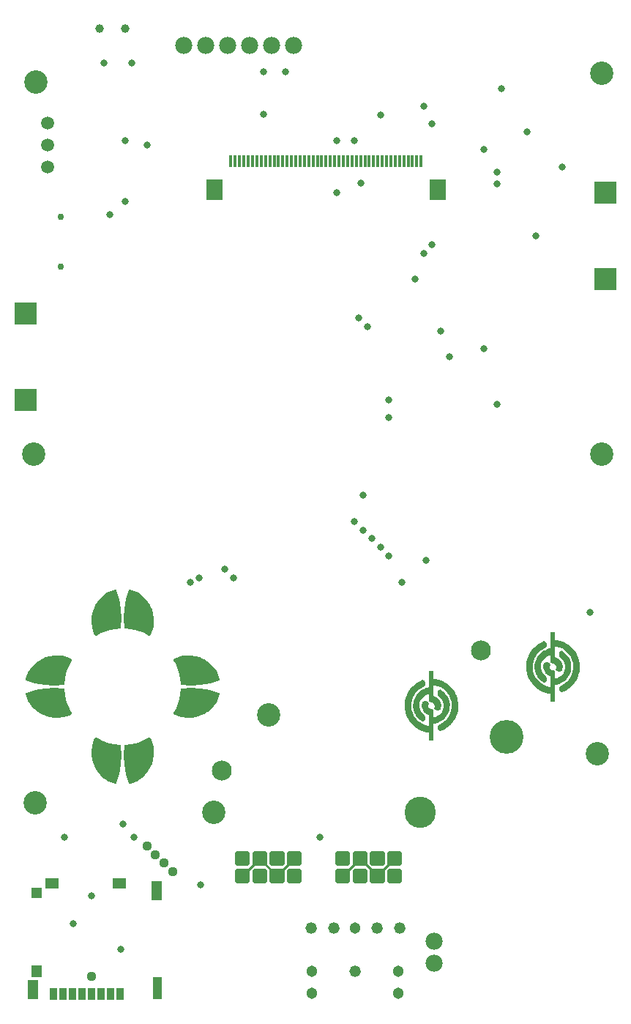
<source format=gts>
G04 EAGLE Gerber RS-274X export*
G75*
%MOMM*%
%FSLAX34Y34*%
%LPD*%
%INTop Solder Mask*%
%IPPOS*%
%AMOC8*
5,1,8,0,0,1.08239X$1,22.5*%
G01*
%ADD10C,1.001600*%
%ADD11C,1.501600*%
%ADD12R,2.501600X2.501600*%
%ADD13R,0.901600X1.341600*%
%ADD14R,1.261600X1.301600*%
%ADD15R,1.051600X2.601600*%
%ADD16R,1.251600X2.301600*%
%ADD17R,1.601600X1.251600*%
%ADD18R,1.261600X1.351600*%
%ADD19C,0.493463*%
%ADD20C,0.286600*%
%ADD21R,0.601600X3.601600*%
%ADD22R,2.501600X0.501600*%
%ADD23C,1.981200*%
%ADD24C,1.320800*%
%ADD25C,1.301600*%
%ADD26C,2.701600*%
%ADD27C,3.901600*%
%ADD28C,2.301600*%
%ADD29C,3.601600*%
%ADD30R,0.400000X1.400000*%
%ADD31R,1.900000X2.350000*%
%ADD32C,0.751600*%
%ADD33C,0.808000*%
%ADD34C,1.117600*%

G36*
X130532Y256485D02*
X130532Y256485D01*
X130630Y256482D01*
X130705Y256497D01*
X130781Y256503D01*
X130926Y256542D01*
X130972Y256552D01*
X130989Y256560D01*
X131017Y256567D01*
X135571Y258209D01*
X135611Y258229D01*
X135758Y258291D01*
X140051Y260529D01*
X140088Y260553D01*
X140225Y260635D01*
X144180Y263427D01*
X144214Y263456D01*
X144339Y263555D01*
X147885Y266851D01*
X147914Y266885D01*
X148025Y267000D01*
X151098Y270741D01*
X151113Y270764D01*
X151131Y270783D01*
X151155Y270823D01*
X151217Y270907D01*
X153761Y275026D01*
X153780Y275066D01*
X153856Y275206D01*
X155827Y279628D01*
X155840Y279671D01*
X155897Y279820D01*
X157258Y284466D01*
X157265Y284510D01*
X157302Y284665D01*
X158028Y289452D01*
X158030Y289496D01*
X158045Y289655D01*
X158124Y294496D01*
X158120Y294540D01*
X158118Y294594D01*
X158119Y294610D01*
X158117Y294627D01*
X158114Y294700D01*
X157545Y299507D01*
X157535Y299550D01*
X157507Y299708D01*
X156299Y304396D01*
X156283Y304438D01*
X156235Y304590D01*
X154411Y309074D01*
X154360Y309168D01*
X154317Y309266D01*
X154276Y309320D01*
X154244Y309380D01*
X154172Y309459D01*
X154108Y309545D01*
X154056Y309589D01*
X154011Y309639D01*
X153923Y309701D01*
X153842Y309770D01*
X153781Y309800D01*
X153726Y309839D01*
X153626Y309879D01*
X153531Y309928D01*
X153465Y309944D01*
X153402Y309969D01*
X153297Y309985D01*
X153193Y310011D01*
X153125Y310012D01*
X153058Y310022D01*
X152951Y310014D01*
X152844Y310015D01*
X152778Y310001D01*
X152710Y309995D01*
X152608Y309963D01*
X152504Y309940D01*
X152422Y309904D01*
X152378Y309890D01*
X152344Y309870D01*
X152280Y309842D01*
X147247Y307141D01*
X142034Y305012D01*
X136626Y303439D01*
X131084Y302439D01*
X125388Y302019D01*
X125281Y301999D01*
X125172Y301988D01*
X125110Y301966D01*
X125046Y301954D01*
X124946Y301910D01*
X124842Y301874D01*
X124787Y301839D01*
X124727Y301813D01*
X124640Y301747D01*
X124547Y301689D01*
X124501Y301642D01*
X124449Y301602D01*
X124379Y301519D01*
X124302Y301441D01*
X124268Y301385D01*
X124226Y301335D01*
X124177Y301237D01*
X124120Y301144D01*
X124099Y301082D01*
X124069Y301023D01*
X124044Y300917D01*
X124009Y300813D01*
X123998Y300728D01*
X123988Y300684D01*
X123988Y300644D01*
X123978Y300571D01*
X123477Y289804D01*
X123481Y289754D01*
X123479Y289638D01*
X124152Y278881D01*
X124161Y278832D01*
X124172Y278716D01*
X126013Y268096D01*
X126027Y268048D01*
X126050Y267934D01*
X129036Y257578D01*
X129066Y257508D01*
X129086Y257434D01*
X129133Y257347D01*
X129171Y257256D01*
X129215Y257195D01*
X129251Y257128D01*
X129317Y257054D01*
X129374Y256974D01*
X129432Y256924D01*
X129482Y256867D01*
X129563Y256810D01*
X129637Y256745D01*
X129704Y256709D01*
X129766Y256665D01*
X129858Y256628D01*
X129945Y256581D01*
X130019Y256562D01*
X130089Y256533D01*
X130187Y256518D01*
X130282Y256492D01*
X130358Y256490D01*
X130433Y256478D01*
X130532Y256485D01*
G37*
G36*
X153055Y427986D02*
X153055Y427986D01*
X153162Y427985D01*
X153228Y428000D01*
X153296Y428006D01*
X153398Y428038D01*
X153502Y428062D01*
X153563Y428091D01*
X153628Y428112D01*
X153719Y428167D01*
X153816Y428214D01*
X153868Y428256D01*
X153927Y428291D01*
X154003Y428365D01*
X154087Y428433D01*
X154128Y428486D01*
X154177Y428533D01*
X154235Y428623D01*
X154301Y428708D01*
X154341Y428787D01*
X154366Y428826D01*
X154379Y428864D01*
X154411Y428926D01*
X156235Y433410D01*
X156247Y433453D01*
X156299Y433604D01*
X157507Y438292D01*
X157512Y438324D01*
X157518Y438344D01*
X157520Y438370D01*
X157545Y438493D01*
X158114Y443300D01*
X158114Y443345D01*
X158124Y443504D01*
X158045Y448345D01*
X158039Y448389D01*
X158028Y448548D01*
X157302Y453335D01*
X157290Y453378D01*
X157258Y453534D01*
X155897Y458180D01*
X155880Y458221D01*
X155827Y458372D01*
X153856Y462794D01*
X153834Y462832D01*
X153761Y462974D01*
X151217Y467093D01*
X151189Y467128D01*
X151098Y467259D01*
X148025Y471000D01*
X147993Y471031D01*
X147885Y471149D01*
X144339Y474445D01*
X144303Y474471D01*
X144180Y474574D01*
X143697Y474915D01*
X140225Y477365D01*
X140186Y477386D01*
X140051Y477471D01*
X135758Y479709D01*
X135716Y479724D01*
X135571Y479791D01*
X131017Y481433D01*
X130943Y481450D01*
X130872Y481477D01*
X130774Y481490D01*
X130678Y481513D01*
X130602Y481513D01*
X130526Y481523D01*
X130428Y481513D01*
X130329Y481514D01*
X130255Y481497D01*
X130179Y481489D01*
X130086Y481457D01*
X129989Y481435D01*
X129921Y481402D01*
X129849Y481377D01*
X129766Y481325D01*
X129677Y481282D01*
X129618Y481233D01*
X129553Y481193D01*
X129484Y481124D01*
X129407Y481061D01*
X129360Y481001D01*
X129307Y480947D01*
X129255Y480863D01*
X129194Y480785D01*
X129163Y480715D01*
X129123Y480651D01*
X129070Y480510D01*
X129050Y480467D01*
X129047Y480449D01*
X129036Y480422D01*
X126050Y470066D01*
X126042Y470016D01*
X126013Y469904D01*
X124172Y459284D01*
X124169Y459234D01*
X124152Y459119D01*
X123479Y448362D01*
X123481Y448312D01*
X123477Y448196D01*
X123978Y437429D01*
X123996Y437321D01*
X124004Y437212D01*
X124024Y437150D01*
X124034Y437085D01*
X124076Y436984D01*
X124109Y436880D01*
X124142Y436824D01*
X124167Y436763D01*
X124230Y436674D01*
X124286Y436580D01*
X124331Y436533D01*
X124369Y436479D01*
X124451Y436407D01*
X124527Y436328D01*
X124582Y436292D01*
X124631Y436249D01*
X124727Y436197D01*
X124819Y436138D01*
X124880Y436115D01*
X124938Y436084D01*
X125044Y436056D01*
X125146Y436018D01*
X125231Y436005D01*
X125275Y435994D01*
X125316Y435992D01*
X125388Y435981D01*
X131084Y435561D01*
X136626Y434561D01*
X142034Y432988D01*
X142835Y432661D01*
X146564Y431138D01*
X147247Y430859D01*
X152280Y428158D01*
X152379Y428118D01*
X152475Y428070D01*
X152541Y428054D01*
X152604Y428029D01*
X152709Y428013D01*
X152813Y427988D01*
X152881Y427988D01*
X152948Y427978D01*
X153055Y427986D01*
G37*
G36*
X53571Y370978D02*
X53571Y370978D01*
X53679Y370996D01*
X53788Y371004D01*
X53850Y371024D01*
X53915Y371034D01*
X54016Y371076D01*
X54120Y371109D01*
X54176Y371142D01*
X54237Y371167D01*
X54326Y371230D01*
X54420Y371286D01*
X54467Y371331D01*
X54521Y371369D01*
X54593Y371451D01*
X54672Y371527D01*
X54708Y371582D01*
X54751Y371631D01*
X54803Y371727D01*
X54862Y371819D01*
X54885Y371880D01*
X54916Y371938D01*
X54944Y372044D01*
X54982Y372146D01*
X54995Y372231D01*
X55007Y372275D01*
X55008Y372316D01*
X55019Y372388D01*
X55439Y378084D01*
X56439Y383626D01*
X58012Y389034D01*
X60141Y394247D01*
X62842Y399280D01*
X62882Y399379D01*
X62930Y399475D01*
X62946Y399541D01*
X62971Y399604D01*
X62987Y399709D01*
X63012Y399813D01*
X63012Y399881D01*
X63022Y399948D01*
X63014Y400055D01*
X63015Y400162D01*
X63000Y400228D01*
X62994Y400296D01*
X62962Y400398D01*
X62938Y400502D01*
X62909Y400563D01*
X62888Y400628D01*
X62833Y400719D01*
X62786Y400816D01*
X62744Y400868D01*
X62709Y400927D01*
X62635Y401003D01*
X62567Y401087D01*
X62514Y401128D01*
X62467Y401177D01*
X62377Y401235D01*
X62292Y401301D01*
X62213Y401341D01*
X62174Y401366D01*
X62136Y401379D01*
X62074Y401411D01*
X59767Y402349D01*
X57590Y403235D01*
X57547Y403247D01*
X57396Y403299D01*
X52708Y404507D01*
X52664Y404513D01*
X52507Y404545D01*
X47700Y405114D01*
X47655Y405114D01*
X47496Y405124D01*
X42655Y405045D01*
X42611Y405039D01*
X42452Y405028D01*
X37665Y404302D01*
X37622Y404290D01*
X37466Y404258D01*
X32820Y402897D01*
X32779Y402880D01*
X32628Y402827D01*
X28206Y400856D01*
X28168Y400834D01*
X28026Y400761D01*
X23907Y398217D01*
X23872Y398189D01*
X23741Y398098D01*
X20000Y395025D01*
X19969Y394993D01*
X19851Y394885D01*
X16555Y391339D01*
X16529Y391303D01*
X16456Y391216D01*
X16445Y391204D01*
X16440Y391197D01*
X16427Y391180D01*
X13635Y387225D01*
X13614Y387186D01*
X13529Y387051D01*
X11291Y382758D01*
X11276Y382716D01*
X11209Y382571D01*
X9567Y378017D01*
X9550Y377943D01*
X9523Y377872D01*
X9510Y377774D01*
X9487Y377678D01*
X9487Y377602D01*
X9477Y377526D01*
X9487Y377428D01*
X9486Y377329D01*
X9504Y377255D01*
X9511Y377179D01*
X9543Y377086D01*
X9565Y376989D01*
X9598Y376921D01*
X9623Y376849D01*
X9675Y376766D01*
X9718Y376677D01*
X9767Y376618D01*
X9807Y376553D01*
X9876Y376484D01*
X9939Y376407D01*
X9999Y376360D01*
X10053Y376307D01*
X10137Y376255D01*
X10215Y376194D01*
X10285Y376163D01*
X10349Y376123D01*
X10490Y376070D01*
X10533Y376050D01*
X10551Y376047D01*
X10578Y376036D01*
X20934Y373050D01*
X20984Y373042D01*
X21096Y373013D01*
X31716Y371172D01*
X31766Y371169D01*
X31881Y371152D01*
X42638Y370479D01*
X42688Y370481D01*
X42804Y370477D01*
X53571Y370978D01*
G37*
G36*
X201345Y332955D02*
X201345Y332955D01*
X201389Y332961D01*
X201548Y332972D01*
X206335Y333698D01*
X206378Y333710D01*
X206534Y333742D01*
X211180Y335103D01*
X211221Y335120D01*
X211372Y335173D01*
X215794Y337144D01*
X215832Y337166D01*
X215974Y337239D01*
X220093Y339784D01*
X220128Y339811D01*
X220259Y339902D01*
X224000Y342975D01*
X224031Y343007D01*
X224149Y343115D01*
X227445Y346661D01*
X227471Y346697D01*
X227574Y346820D01*
X230365Y350775D01*
X230386Y350814D01*
X230471Y350949D01*
X232709Y355242D01*
X232724Y355284D01*
X232791Y355429D01*
X234433Y359983D01*
X234450Y360057D01*
X234477Y360128D01*
X234490Y360226D01*
X234513Y360322D01*
X234513Y360399D01*
X234523Y360474D01*
X234513Y360572D01*
X234514Y360671D01*
X234497Y360745D01*
X234489Y360821D01*
X234457Y360914D01*
X234435Y361011D01*
X234402Y361079D01*
X234377Y361151D01*
X234325Y361234D01*
X234282Y361323D01*
X234233Y361382D01*
X234193Y361447D01*
X234124Y361516D01*
X234061Y361593D01*
X234001Y361640D01*
X233947Y361693D01*
X233863Y361745D01*
X233785Y361806D01*
X233715Y361837D01*
X233651Y361877D01*
X233510Y361930D01*
X233467Y361950D01*
X233449Y361953D01*
X233422Y361964D01*
X223066Y364950D01*
X223016Y364958D01*
X222904Y364987D01*
X212284Y366828D01*
X212234Y366831D01*
X212119Y366848D01*
X201362Y367521D01*
X201312Y367519D01*
X201196Y367523D01*
X190429Y367022D01*
X190321Y367004D01*
X190212Y366996D01*
X190150Y366976D01*
X190085Y366966D01*
X189984Y366924D01*
X189880Y366891D01*
X189824Y366858D01*
X189763Y366833D01*
X189674Y366770D01*
X189580Y366714D01*
X189533Y366669D01*
X189479Y366631D01*
X189407Y366549D01*
X189328Y366473D01*
X189292Y366418D01*
X189249Y366369D01*
X189197Y366273D01*
X189138Y366181D01*
X189115Y366120D01*
X189084Y366062D01*
X189056Y365956D01*
X189018Y365854D01*
X189005Y365769D01*
X188994Y365725D01*
X188992Y365685D01*
X188981Y365612D01*
X188561Y359916D01*
X187561Y354374D01*
X185988Y348966D01*
X183859Y343753D01*
X181158Y338720D01*
X181118Y338621D01*
X181070Y338525D01*
X181054Y338460D01*
X181029Y338396D01*
X181013Y338291D01*
X180988Y338187D01*
X180988Y338119D01*
X180978Y338052D01*
X180986Y337945D01*
X180985Y337838D01*
X181000Y337772D01*
X181006Y337704D01*
X181038Y337602D01*
X181062Y337498D01*
X181091Y337437D01*
X181112Y337372D01*
X181167Y337281D01*
X181214Y337184D01*
X181256Y337132D01*
X181291Y337073D01*
X181365Y336997D01*
X181433Y336913D01*
X181486Y336872D01*
X181533Y336823D01*
X181623Y336765D01*
X181708Y336699D01*
X181787Y336659D01*
X181826Y336634D01*
X181864Y336621D01*
X181926Y336589D01*
X183285Y336036D01*
X186410Y334765D01*
X186453Y334753D01*
X186604Y334701D01*
X191292Y333493D01*
X191336Y333487D01*
X191493Y333455D01*
X196300Y332886D01*
X196345Y332886D01*
X196504Y332876D01*
X201345Y332955D01*
G37*
G36*
X201246Y370481D02*
X201246Y370481D01*
X201362Y370479D01*
X212119Y371152D01*
X212168Y371161D01*
X212284Y371172D01*
X222904Y373013D01*
X222952Y373027D01*
X223066Y373050D01*
X233422Y376036D01*
X233492Y376066D01*
X233566Y376086D01*
X233653Y376133D01*
X233744Y376171D01*
X233805Y376215D01*
X233872Y376251D01*
X233946Y376317D01*
X234026Y376374D01*
X234076Y376432D01*
X234133Y376482D01*
X234190Y376563D01*
X234255Y376637D01*
X234291Y376704D01*
X234335Y376766D01*
X234372Y376858D01*
X234419Y376945D01*
X234438Y377019D01*
X234467Y377089D01*
X234482Y377187D01*
X234508Y377282D01*
X234510Y377358D01*
X234522Y377433D01*
X234515Y377532D01*
X234518Y377630D01*
X234503Y377705D01*
X234497Y377781D01*
X234458Y377926D01*
X234448Y377972D01*
X234440Y377989D01*
X234433Y378017D01*
X232791Y382571D01*
X232771Y382611D01*
X232709Y382758D01*
X230471Y387051D01*
X230447Y387088D01*
X230365Y387225D01*
X227574Y391180D01*
X227544Y391214D01*
X227500Y391269D01*
X227489Y391285D01*
X227484Y391289D01*
X227445Y391339D01*
X224149Y394885D01*
X224115Y394914D01*
X224000Y395025D01*
X220259Y398098D01*
X220222Y398122D01*
X220093Y398217D01*
X215974Y400761D01*
X215934Y400780D01*
X215794Y400856D01*
X211372Y402827D01*
X211329Y402840D01*
X211180Y402897D01*
X206534Y404258D01*
X206490Y404265D01*
X206335Y404302D01*
X201548Y405028D01*
X201504Y405030D01*
X201345Y405045D01*
X196504Y405124D01*
X196460Y405120D01*
X196300Y405114D01*
X191493Y404545D01*
X191450Y404535D01*
X191292Y404507D01*
X186604Y403299D01*
X186562Y403283D01*
X186410Y403235D01*
X181926Y401411D01*
X181832Y401360D01*
X181734Y401317D01*
X181680Y401276D01*
X181620Y401244D01*
X181541Y401172D01*
X181455Y401108D01*
X181411Y401056D01*
X181361Y401011D01*
X181299Y400923D01*
X181230Y400842D01*
X181200Y400781D01*
X181161Y400726D01*
X181121Y400626D01*
X181072Y400531D01*
X181056Y400465D01*
X181031Y400402D01*
X181015Y400297D01*
X180989Y400193D01*
X180988Y400125D01*
X180978Y400058D01*
X180986Y399951D01*
X180985Y399844D01*
X180999Y399778D01*
X181005Y399710D01*
X181037Y399608D01*
X181060Y399504D01*
X181096Y399422D01*
X181110Y399378D01*
X181130Y399344D01*
X181158Y399280D01*
X182288Y397174D01*
X182288Y397173D01*
X183106Y395650D01*
X183859Y394247D01*
X185988Y389034D01*
X187561Y383626D01*
X188561Y378084D01*
X188981Y372388D01*
X189001Y372281D01*
X189013Y372172D01*
X189034Y372110D01*
X189046Y372046D01*
X189090Y371946D01*
X189126Y371842D01*
X189161Y371787D01*
X189187Y371727D01*
X189253Y371640D01*
X189311Y371547D01*
X189358Y371501D01*
X189398Y371449D01*
X189481Y371379D01*
X189559Y371302D01*
X189615Y371268D01*
X189665Y371226D01*
X189763Y371177D01*
X189856Y371120D01*
X189918Y371099D01*
X189977Y371069D01*
X190083Y371044D01*
X190187Y371009D01*
X190272Y370998D01*
X190316Y370988D01*
X190356Y370988D01*
X190429Y370978D01*
X201196Y370477D01*
X201246Y370481D01*
G37*
G36*
X113572Y256487D02*
X113572Y256487D01*
X113671Y256486D01*
X113745Y256504D01*
X113821Y256511D01*
X113914Y256543D01*
X114011Y256565D01*
X114079Y256598D01*
X114151Y256623D01*
X114234Y256675D01*
X114323Y256718D01*
X114382Y256767D01*
X114447Y256807D01*
X114516Y256876D01*
X114593Y256939D01*
X114640Y256999D01*
X114693Y257053D01*
X114745Y257137D01*
X114806Y257215D01*
X114837Y257285D01*
X114877Y257349D01*
X114930Y257490D01*
X114950Y257533D01*
X114953Y257551D01*
X114964Y257578D01*
X117950Y267934D01*
X117958Y267984D01*
X117987Y268096D01*
X119828Y278716D01*
X119831Y278766D01*
X119848Y278881D01*
X120521Y289638D01*
X120519Y289688D01*
X120523Y289804D01*
X120022Y300571D01*
X120004Y300679D01*
X119996Y300788D01*
X119976Y300850D01*
X119966Y300915D01*
X119924Y301016D01*
X119891Y301120D01*
X119858Y301176D01*
X119833Y301237D01*
X119770Y301326D01*
X119714Y301420D01*
X119669Y301467D01*
X119631Y301521D01*
X119549Y301593D01*
X119473Y301672D01*
X119418Y301708D01*
X119369Y301751D01*
X119273Y301803D01*
X119181Y301862D01*
X119120Y301885D01*
X119062Y301916D01*
X118956Y301944D01*
X118854Y301982D01*
X118769Y301995D01*
X118725Y302007D01*
X118685Y302008D01*
X118612Y302019D01*
X112916Y302439D01*
X107374Y303439D01*
X101966Y305012D01*
X101735Y305106D01*
X98006Y306630D01*
X96753Y307141D01*
X91720Y309842D01*
X91621Y309882D01*
X91525Y309930D01*
X91460Y309946D01*
X91396Y309971D01*
X91291Y309987D01*
X91187Y310012D01*
X91119Y310012D01*
X91052Y310022D01*
X90945Y310014D01*
X90838Y310015D01*
X90772Y310000D01*
X90704Y309994D01*
X90602Y309962D01*
X90498Y309938D01*
X90437Y309909D01*
X90372Y309888D01*
X90281Y309833D01*
X90184Y309786D01*
X90132Y309744D01*
X90073Y309709D01*
X89997Y309635D01*
X89913Y309567D01*
X89872Y309514D01*
X89823Y309467D01*
X89765Y309377D01*
X89699Y309292D01*
X89659Y309213D01*
X89634Y309174D01*
X89621Y309136D01*
X89589Y309074D01*
X87765Y304590D01*
X87753Y304547D01*
X87701Y304396D01*
X86493Y299708D01*
X86487Y299664D01*
X86455Y299507D01*
X85886Y294700D01*
X85886Y294655D01*
X85876Y294496D01*
X85955Y289655D01*
X85961Y289611D01*
X85972Y289452D01*
X86698Y284665D01*
X86710Y284622D01*
X86742Y284466D01*
X88103Y279820D01*
X88120Y279779D01*
X88173Y279628D01*
X90144Y275206D01*
X90166Y275168D01*
X90239Y275026D01*
X92784Y270907D01*
X92811Y270872D01*
X92902Y270741D01*
X95975Y267000D01*
X96007Y266969D01*
X96115Y266851D01*
X99661Y263555D01*
X99697Y263529D01*
X99820Y263427D01*
X100633Y262853D01*
X103775Y260635D01*
X103814Y260614D01*
X103949Y260529D01*
X108242Y258291D01*
X108284Y258276D01*
X108429Y258209D01*
X112983Y256567D01*
X113057Y256550D01*
X113128Y256523D01*
X113226Y256510D01*
X113322Y256487D01*
X113399Y256487D01*
X113474Y256477D01*
X113572Y256487D01*
G37*
G36*
X91049Y427986D02*
X91049Y427986D01*
X91156Y427985D01*
X91222Y427999D01*
X91290Y428005D01*
X91392Y428037D01*
X91496Y428060D01*
X91578Y428096D01*
X91622Y428110D01*
X91656Y428130D01*
X91720Y428158D01*
X96753Y430859D01*
X101966Y432988D01*
X107374Y434561D01*
X112916Y435561D01*
X118612Y435981D01*
X118720Y436001D01*
X118828Y436013D01*
X118890Y436034D01*
X118954Y436046D01*
X119054Y436090D01*
X119158Y436126D01*
X119213Y436161D01*
X119273Y436187D01*
X119360Y436253D01*
X119453Y436311D01*
X119499Y436358D01*
X119551Y436398D01*
X119621Y436481D01*
X119698Y436559D01*
X119732Y436615D01*
X119774Y436665D01*
X119823Y436763D01*
X119880Y436856D01*
X119901Y436918D01*
X119931Y436977D01*
X119956Y437083D01*
X119991Y437187D01*
X120002Y437272D01*
X120012Y437316D01*
X120012Y437356D01*
X120022Y437429D01*
X120523Y448196D01*
X120519Y448246D01*
X120521Y448362D01*
X119848Y459119D01*
X119839Y459168D01*
X119828Y459284D01*
X117987Y469904D01*
X117973Y469952D01*
X117950Y470066D01*
X114964Y480422D01*
X114934Y480492D01*
X114914Y480566D01*
X114867Y480653D01*
X114829Y480744D01*
X114785Y480805D01*
X114749Y480872D01*
X114683Y480946D01*
X114626Y481026D01*
X114568Y481076D01*
X114518Y481133D01*
X114437Y481190D01*
X114363Y481255D01*
X114296Y481291D01*
X114234Y481335D01*
X114142Y481372D01*
X114055Y481419D01*
X113981Y481438D01*
X113911Y481467D01*
X113813Y481482D01*
X113718Y481508D01*
X113642Y481510D01*
X113567Y481522D01*
X113468Y481515D01*
X113370Y481518D01*
X113295Y481503D01*
X113219Y481497D01*
X113074Y481458D01*
X113028Y481448D01*
X113011Y481440D01*
X112983Y481433D01*
X108429Y479791D01*
X108389Y479771D01*
X108242Y479709D01*
X103949Y477471D01*
X103912Y477447D01*
X103775Y477365D01*
X99820Y474574D01*
X99787Y474544D01*
X99661Y474445D01*
X96115Y471149D01*
X96086Y471115D01*
X95975Y471000D01*
X92902Y467259D01*
X92878Y467222D01*
X92784Y467093D01*
X90239Y462974D01*
X90220Y462934D01*
X90144Y462794D01*
X88173Y458372D01*
X88160Y458329D01*
X88103Y458180D01*
X86742Y453534D01*
X86735Y453490D01*
X86698Y453335D01*
X85972Y448548D01*
X85970Y448504D01*
X85955Y448345D01*
X85876Y443504D01*
X85880Y443460D01*
X85886Y443300D01*
X86455Y438493D01*
X86466Y438450D01*
X86493Y438292D01*
X87701Y433604D01*
X87717Y433562D01*
X87765Y433410D01*
X89589Y428926D01*
X89640Y428832D01*
X89683Y428734D01*
X89724Y428680D01*
X89756Y428620D01*
X89828Y428541D01*
X89892Y428455D01*
X89944Y428411D01*
X89989Y428361D01*
X90077Y428299D01*
X90158Y428230D01*
X90219Y428200D01*
X90274Y428161D01*
X90374Y428121D01*
X90469Y428072D01*
X90535Y428056D01*
X90598Y428031D01*
X90703Y428015D01*
X90807Y427989D01*
X90875Y427988D01*
X90942Y427978D01*
X91049Y427986D01*
G37*
G36*
X47540Y332880D02*
X47540Y332880D01*
X47700Y332886D01*
X52507Y333455D01*
X52550Y333466D01*
X52708Y333493D01*
X57396Y334701D01*
X57438Y334717D01*
X57590Y334765D01*
X62074Y336589D01*
X62168Y336640D01*
X62266Y336683D01*
X62320Y336724D01*
X62380Y336756D01*
X62459Y336828D01*
X62545Y336892D01*
X62589Y336944D01*
X62639Y336989D01*
X62701Y337077D01*
X62770Y337158D01*
X62800Y337219D01*
X62839Y337274D01*
X62879Y337374D01*
X62928Y337469D01*
X62944Y337535D01*
X62969Y337598D01*
X62985Y337703D01*
X63011Y337807D01*
X63012Y337875D01*
X63022Y337942D01*
X63014Y338049D01*
X63015Y338156D01*
X63001Y338222D01*
X62995Y338290D01*
X62963Y338392D01*
X62940Y338496D01*
X62904Y338578D01*
X62890Y338622D01*
X62870Y338656D01*
X62842Y338720D01*
X61505Y341212D01*
X61505Y341213D01*
X60141Y343753D01*
X58012Y348966D01*
X56439Y354374D01*
X55439Y359916D01*
X55019Y365612D01*
X54999Y365720D01*
X54988Y365828D01*
X54966Y365890D01*
X54954Y365954D01*
X54910Y366054D01*
X54874Y366158D01*
X54839Y366213D01*
X54813Y366273D01*
X54747Y366360D01*
X54689Y366453D01*
X54642Y366499D01*
X54602Y366551D01*
X54519Y366621D01*
X54441Y366698D01*
X54385Y366732D01*
X54335Y366774D01*
X54237Y366823D01*
X54144Y366880D01*
X54082Y366901D01*
X54023Y366931D01*
X53917Y366956D01*
X53813Y366991D01*
X53728Y367002D01*
X53684Y367012D01*
X53644Y367012D01*
X53571Y367022D01*
X42804Y367523D01*
X42754Y367519D01*
X42638Y367521D01*
X31881Y366848D01*
X31832Y366839D01*
X31716Y366828D01*
X21096Y364987D01*
X21048Y364973D01*
X20934Y364950D01*
X10578Y361964D01*
X10508Y361934D01*
X10434Y361914D01*
X10347Y361867D01*
X10256Y361829D01*
X10195Y361785D01*
X10128Y361749D01*
X10054Y361683D01*
X9974Y361626D01*
X9924Y361568D01*
X9867Y361518D01*
X9810Y361437D01*
X9745Y361363D01*
X9709Y361296D01*
X9665Y361234D01*
X9628Y361142D01*
X9581Y361055D01*
X9562Y360981D01*
X9533Y360911D01*
X9518Y360813D01*
X9492Y360718D01*
X9490Y360642D01*
X9478Y360567D01*
X9485Y360468D01*
X9482Y360370D01*
X9497Y360295D01*
X9503Y360219D01*
X9542Y360074D01*
X9552Y360028D01*
X9560Y360011D01*
X9567Y359983D01*
X11209Y355429D01*
X11229Y355389D01*
X11291Y355242D01*
X13529Y350949D01*
X13553Y350912D01*
X13635Y350775D01*
X16427Y346820D01*
X16456Y346787D01*
X16555Y346661D01*
X19851Y343115D01*
X19885Y343086D01*
X20000Y342975D01*
X23741Y339902D01*
X23778Y339878D01*
X23907Y339784D01*
X28026Y337239D01*
X28066Y337220D01*
X28206Y337144D01*
X32628Y335173D01*
X32671Y335160D01*
X32820Y335103D01*
X37466Y333742D01*
X37510Y333735D01*
X37665Y333698D01*
X42452Y332972D01*
X42496Y332970D01*
X42655Y332955D01*
X47496Y332876D01*
X47540Y332880D01*
G37*
G36*
X489212Y317535D02*
X489212Y317535D01*
X489250Y317532D01*
X489369Y317552D01*
X489489Y317564D01*
X489526Y317578D01*
X489564Y317584D01*
X489715Y317640D01*
X493746Y319430D01*
X493757Y319436D01*
X493769Y319440D01*
X493910Y319518D01*
X497635Y321878D01*
X497645Y321887D01*
X497656Y321892D01*
X497785Y321989D01*
X501124Y324870D01*
X501132Y324880D01*
X501143Y324887D01*
X501255Y325002D01*
X504137Y328341D01*
X504144Y328351D01*
X504153Y328360D01*
X504248Y328490D01*
X506609Y332215D01*
X506614Y332226D01*
X506622Y332236D01*
X506697Y332379D01*
X508487Y336409D01*
X508491Y336422D01*
X508497Y336433D01*
X508550Y336585D01*
X509731Y340834D01*
X509733Y340847D01*
X509737Y340858D01*
X509767Y341017D01*
X510313Y345393D01*
X510313Y345406D01*
X510316Y345418D01*
X510323Y345579D01*
X510222Y349988D01*
X510220Y350000D01*
X510221Y350013D01*
X510204Y350173D01*
X509458Y354520D01*
X509454Y354532D01*
X509454Y354545D01*
X509413Y354701D01*
X508039Y358891D01*
X508034Y358903D01*
X508031Y358915D01*
X507968Y359063D01*
X505995Y363007D01*
X505988Y363018D01*
X505984Y363030D01*
X505900Y363168D01*
X503371Y366780D01*
X503362Y366790D01*
X503356Y366801D01*
X503253Y366925D01*
X500222Y370128D01*
X500212Y370136D01*
X500204Y370146D01*
X500084Y370253D01*
X496617Y372978D01*
X496606Y372985D01*
X496597Y372994D01*
X496462Y373082D01*
X492633Y375270D01*
X492621Y375275D01*
X492611Y375282D01*
X492465Y375350D01*
X488357Y376954D01*
X488344Y376957D01*
X488333Y376963D01*
X488179Y377009D01*
X483880Y377993D01*
X483867Y377994D01*
X483855Y377998D01*
X483696Y378021D01*
X479299Y378365D01*
X479290Y378365D01*
X479281Y378367D01*
X479131Y378357D01*
X478981Y378350D01*
X478972Y378348D01*
X478963Y378347D01*
X478822Y378301D01*
X478677Y378257D01*
X478669Y378252D01*
X478661Y378249D01*
X478534Y378169D01*
X478406Y378091D01*
X478400Y378084D01*
X478392Y378079D01*
X478288Y377969D01*
X478185Y377862D01*
X478180Y377854D01*
X478174Y377847D01*
X478102Y377716D01*
X478027Y377586D01*
X478025Y377577D01*
X478020Y377569D01*
X477983Y377424D01*
X477943Y377279D01*
X477943Y377270D01*
X477941Y377261D01*
X477931Y377100D01*
X477931Y372100D01*
X477939Y372037D01*
X477937Y371973D01*
X477950Y371916D01*
X477953Y371872D01*
X477964Y371839D01*
X477971Y371784D01*
X477994Y371725D01*
X478008Y371663D01*
X478041Y371599D01*
X478051Y371569D01*
X478064Y371549D01*
X478088Y371489D01*
X478125Y371437D01*
X478154Y371381D01*
X478210Y371318D01*
X478221Y371300D01*
X478231Y371291D01*
X478274Y371231D01*
X478324Y371191D01*
X478366Y371143D01*
X478444Y371091D01*
X478453Y371082D01*
X478458Y371080D01*
X478519Y371029D01*
X478577Y371001D01*
X478630Y370966D01*
X478721Y370934D01*
X478807Y370893D01*
X478870Y370881D01*
X478930Y370860D01*
X479089Y370836D01*
X482742Y370515D01*
X486213Y369674D01*
X489520Y368322D01*
X492586Y366491D01*
X495344Y364221D01*
X497731Y361564D01*
X499693Y358579D01*
X501186Y355334D01*
X502176Y351903D01*
X502641Y348361D01*
X502571Y344791D01*
X501967Y341270D01*
X500843Y337880D01*
X499224Y334696D01*
X497146Y331791D01*
X494657Y329230D01*
X491812Y327070D01*
X488592Y325314D01*
X488585Y325309D01*
X488565Y325299D01*
X487905Y324918D01*
X487837Y324866D01*
X487763Y324822D01*
X487660Y324732D01*
X487651Y324725D01*
X487649Y324722D01*
X487642Y324716D01*
X487102Y324177D01*
X487050Y324109D01*
X486990Y324048D01*
X486914Y323934D01*
X486907Y323925D01*
X486906Y323921D01*
X486901Y323914D01*
X486519Y323253D01*
X486486Y323174D01*
X486444Y323099D01*
X486415Y323015D01*
X486409Y323001D01*
X486406Y322988D01*
X486400Y322970D01*
X486396Y322960D01*
X486395Y322955D01*
X486392Y322947D01*
X486195Y322210D01*
X486183Y322125D01*
X486162Y322042D01*
X486153Y321906D01*
X486152Y321895D01*
X486152Y321891D01*
X486152Y321881D01*
X486152Y321119D01*
X486162Y321033D01*
X486163Y320948D01*
X486190Y320814D01*
X486192Y320803D01*
X486193Y320799D01*
X486195Y320790D01*
X486392Y320053D01*
X486425Y319974D01*
X486448Y319891D01*
X486508Y319769D01*
X486513Y319759D01*
X486515Y319755D01*
X486519Y319747D01*
X486901Y319086D01*
X486952Y319018D01*
X486996Y318944D01*
X487086Y318842D01*
X487093Y318833D01*
X487096Y318830D01*
X487102Y318823D01*
X487642Y318284D01*
X487709Y318232D01*
X487771Y318171D01*
X487884Y318096D01*
X487893Y318089D01*
X487897Y318087D01*
X487905Y318082D01*
X488565Y317701D01*
X488601Y317686D01*
X488633Y317664D01*
X488747Y317624D01*
X488859Y317578D01*
X488897Y317572D01*
X488934Y317559D01*
X489054Y317549D01*
X489173Y317531D01*
X489212Y317535D01*
G37*
G36*
X629712Y362435D02*
X629712Y362435D01*
X629750Y362432D01*
X629869Y362452D01*
X629989Y362464D01*
X630026Y362478D01*
X630064Y362484D01*
X630215Y362540D01*
X634246Y364330D01*
X634257Y364336D01*
X634269Y364340D01*
X634410Y364418D01*
X638135Y366778D01*
X638145Y366787D01*
X638156Y366792D01*
X638285Y366889D01*
X641624Y369770D01*
X641632Y369780D01*
X641643Y369787D01*
X641755Y369902D01*
X644637Y373241D01*
X644644Y373251D01*
X644653Y373260D01*
X644748Y373390D01*
X647109Y377115D01*
X647114Y377126D01*
X647122Y377136D01*
X647197Y377279D01*
X648987Y381309D01*
X648991Y381322D01*
X648997Y381333D01*
X649050Y381485D01*
X650231Y385734D01*
X650233Y385747D01*
X650237Y385758D01*
X650267Y385917D01*
X650813Y390293D01*
X650813Y390306D01*
X650816Y390318D01*
X650823Y390479D01*
X650722Y394888D01*
X650720Y394900D01*
X650721Y394913D01*
X650704Y395073D01*
X649958Y399420D01*
X649954Y399432D01*
X649954Y399445D01*
X649913Y399601D01*
X648539Y403791D01*
X648534Y403803D01*
X648531Y403815D01*
X648468Y403963D01*
X646495Y407907D01*
X646488Y407918D01*
X646484Y407930D01*
X646400Y408068D01*
X643871Y411680D01*
X643862Y411690D01*
X643856Y411701D01*
X643753Y411825D01*
X640722Y415028D01*
X640712Y415036D01*
X640704Y415046D01*
X640584Y415153D01*
X637117Y417878D01*
X637106Y417885D01*
X637097Y417894D01*
X636962Y417982D01*
X633133Y420170D01*
X633121Y420175D01*
X633111Y420182D01*
X632965Y420250D01*
X628857Y421854D01*
X628844Y421857D01*
X628833Y421863D01*
X628679Y421909D01*
X624380Y422893D01*
X624367Y422894D01*
X624355Y422898D01*
X624196Y422921D01*
X619799Y423265D01*
X619790Y423265D01*
X619781Y423267D01*
X619631Y423257D01*
X619481Y423250D01*
X619472Y423248D01*
X619463Y423247D01*
X619322Y423201D01*
X619177Y423157D01*
X619169Y423152D01*
X619161Y423149D01*
X619034Y423069D01*
X618906Y422991D01*
X618900Y422984D01*
X618892Y422979D01*
X618788Y422869D01*
X618685Y422762D01*
X618680Y422754D01*
X618674Y422747D01*
X618602Y422616D01*
X618527Y422486D01*
X618525Y422477D01*
X618520Y422469D01*
X618483Y422324D01*
X618443Y422179D01*
X618443Y422170D01*
X618441Y422161D01*
X618431Y422000D01*
X618431Y417000D01*
X618439Y416937D01*
X618437Y416873D01*
X618450Y416816D01*
X618453Y416772D01*
X618464Y416739D01*
X618471Y416684D01*
X618494Y416625D01*
X618508Y416563D01*
X618541Y416499D01*
X618551Y416469D01*
X618564Y416449D01*
X618588Y416389D01*
X618625Y416337D01*
X618654Y416281D01*
X618710Y416218D01*
X618721Y416200D01*
X618731Y416191D01*
X618774Y416131D01*
X618824Y416091D01*
X618866Y416043D01*
X618944Y415991D01*
X618953Y415982D01*
X618958Y415980D01*
X619019Y415929D01*
X619077Y415901D01*
X619130Y415866D01*
X619221Y415834D01*
X619307Y415793D01*
X619370Y415781D01*
X619430Y415760D01*
X619589Y415736D01*
X623242Y415415D01*
X626713Y414574D01*
X630020Y413222D01*
X633086Y411391D01*
X635844Y409121D01*
X638231Y406464D01*
X640193Y403479D01*
X641686Y400234D01*
X642676Y396803D01*
X643141Y393261D01*
X643071Y389691D01*
X642467Y386170D01*
X641343Y382780D01*
X639724Y379596D01*
X637646Y376691D01*
X635157Y374130D01*
X632312Y371970D01*
X629092Y370214D01*
X629085Y370209D01*
X629065Y370199D01*
X628405Y369818D01*
X628337Y369766D01*
X628263Y369722D01*
X628160Y369632D01*
X628151Y369625D01*
X628149Y369622D01*
X628142Y369616D01*
X627602Y369077D01*
X627550Y369009D01*
X627490Y368948D01*
X627414Y368834D01*
X627407Y368825D01*
X627406Y368821D01*
X627401Y368814D01*
X627019Y368153D01*
X626986Y368074D01*
X626944Y367999D01*
X626915Y367915D01*
X626909Y367901D01*
X626906Y367888D01*
X626900Y367870D01*
X626896Y367860D01*
X626895Y367855D01*
X626892Y367847D01*
X626695Y367110D01*
X626683Y367025D01*
X626662Y366942D01*
X626653Y366806D01*
X626652Y366795D01*
X626652Y366791D01*
X626652Y366781D01*
X626652Y366019D01*
X626662Y365933D01*
X626663Y365848D01*
X626690Y365714D01*
X626692Y365703D01*
X626693Y365699D01*
X626695Y365690D01*
X626892Y364953D01*
X626925Y364874D01*
X626948Y364791D01*
X627008Y364669D01*
X627013Y364659D01*
X627015Y364655D01*
X627019Y364647D01*
X627401Y363986D01*
X627452Y363918D01*
X627496Y363844D01*
X627586Y363742D01*
X627593Y363733D01*
X627596Y363730D01*
X627602Y363723D01*
X628142Y363184D01*
X628209Y363132D01*
X628271Y363071D01*
X628384Y362996D01*
X628393Y362989D01*
X628397Y362987D01*
X628405Y362982D01*
X629065Y362601D01*
X629101Y362586D01*
X629133Y362564D01*
X629247Y362524D01*
X629359Y362478D01*
X629397Y362472D01*
X629434Y362459D01*
X629554Y362449D01*
X629673Y362431D01*
X629712Y362435D01*
G37*
G36*
X479269Y315843D02*
X479269Y315843D01*
X479419Y315850D01*
X479428Y315852D01*
X479437Y315853D01*
X479578Y315899D01*
X479723Y315943D01*
X479731Y315948D01*
X479739Y315951D01*
X479866Y316031D01*
X479994Y316110D01*
X480000Y316116D01*
X480008Y316121D01*
X480111Y316231D01*
X480215Y316338D01*
X480220Y316346D01*
X480226Y316353D01*
X480298Y316484D01*
X480373Y316614D01*
X480375Y316623D01*
X480380Y316631D01*
X480417Y316776D01*
X480457Y316921D01*
X480457Y316930D01*
X480459Y316939D01*
X480469Y317100D01*
X480469Y322100D01*
X480461Y322163D01*
X480463Y322227D01*
X480441Y322320D01*
X480429Y322416D01*
X480406Y322475D01*
X480392Y322537D01*
X480348Y322622D01*
X480312Y322711D01*
X480275Y322763D01*
X480246Y322820D01*
X480182Y322891D01*
X480126Y322969D01*
X480076Y323009D01*
X480034Y323057D01*
X479954Y323110D01*
X479881Y323171D01*
X479823Y323199D01*
X479770Y323234D01*
X479680Y323266D01*
X479593Y323307D01*
X479530Y323319D01*
X479470Y323340D01*
X479311Y323364D01*
X475658Y323685D01*
X472187Y324526D01*
X468880Y325878D01*
X465814Y327709D01*
X463056Y329979D01*
X460669Y332636D01*
X458707Y335621D01*
X457214Y338866D01*
X456224Y342297D01*
X455759Y345839D01*
X455829Y349409D01*
X456433Y352930D01*
X457557Y356320D01*
X459176Y359504D01*
X461254Y362409D01*
X463743Y364970D01*
X466588Y367130D01*
X469808Y368886D01*
X469815Y368891D01*
X469835Y368901D01*
X470495Y369282D01*
X470564Y369334D01*
X470637Y369378D01*
X470740Y369468D01*
X470749Y369475D01*
X470751Y369478D01*
X470758Y369484D01*
X471298Y370023D01*
X471350Y370091D01*
X471410Y370152D01*
X471486Y370266D01*
X471493Y370275D01*
X471494Y370279D01*
X471499Y370286D01*
X471881Y370947D01*
X471914Y371026D01*
X471956Y371101D01*
X472000Y371230D01*
X472004Y371240D01*
X472005Y371245D01*
X472008Y371253D01*
X472205Y371990D01*
X472217Y372075D01*
X472238Y372158D01*
X472247Y372294D01*
X472248Y372305D01*
X472248Y372310D01*
X472248Y372319D01*
X472248Y373081D01*
X472238Y373167D01*
X472237Y373252D01*
X472210Y373386D01*
X472209Y373397D01*
X472207Y373401D01*
X472205Y373410D01*
X472008Y374147D01*
X471975Y374226D01*
X471952Y374309D01*
X471892Y374431D01*
X471887Y374441D01*
X471885Y374445D01*
X471881Y374453D01*
X471499Y375114D01*
X471448Y375182D01*
X471404Y375256D01*
X471314Y375358D01*
X471307Y375367D01*
X471304Y375370D01*
X471298Y375377D01*
X470758Y375916D01*
X470691Y375969D01*
X470629Y376029D01*
X470516Y376104D01*
X470507Y376111D01*
X470503Y376113D01*
X470495Y376118D01*
X469835Y376499D01*
X469799Y376514D01*
X469767Y376536D01*
X469653Y376576D01*
X469541Y376622D01*
X469503Y376628D01*
X469466Y376641D01*
X469346Y376651D01*
X469227Y376669D01*
X469188Y376665D01*
X469150Y376668D01*
X469031Y376648D01*
X468911Y376636D01*
X468874Y376622D01*
X468836Y376616D01*
X468685Y376560D01*
X464654Y374770D01*
X464643Y374764D01*
X464631Y374760D01*
X464490Y374682D01*
X460765Y372322D01*
X460755Y372314D01*
X460744Y372308D01*
X460615Y372211D01*
X457276Y369330D01*
X457268Y369320D01*
X457257Y369313D01*
X457145Y369198D01*
X454263Y365859D01*
X454256Y365849D01*
X454247Y365840D01*
X454152Y365710D01*
X451791Y361985D01*
X451786Y361974D01*
X451778Y361964D01*
X451703Y361821D01*
X449913Y357791D01*
X449909Y357778D01*
X449903Y357767D01*
X449850Y357615D01*
X448669Y353366D01*
X448667Y353353D01*
X448663Y353342D01*
X448633Y353183D01*
X448087Y348807D01*
X448087Y348794D01*
X448084Y348782D01*
X448078Y348621D01*
X448178Y344212D01*
X448180Y344200D01*
X448179Y344187D01*
X448196Y344027D01*
X448942Y339680D01*
X448946Y339668D01*
X448946Y339655D01*
X448987Y339500D01*
X450361Y335309D01*
X450366Y335298D01*
X450369Y335285D01*
X450432Y335137D01*
X452405Y331193D01*
X452412Y331182D01*
X452416Y331170D01*
X452500Y331033D01*
X455029Y327420D01*
X455038Y327410D01*
X455044Y327399D01*
X455147Y327275D01*
X458178Y324072D01*
X458188Y324064D01*
X458196Y324054D01*
X458316Y323947D01*
X461783Y321222D01*
X461794Y321215D01*
X461803Y321206D01*
X461938Y321118D01*
X465767Y318930D01*
X465779Y318925D01*
X465789Y318918D01*
X465935Y318850D01*
X470043Y317246D01*
X470056Y317243D01*
X470067Y317237D01*
X470221Y317191D01*
X474520Y316207D01*
X474533Y316206D01*
X474545Y316202D01*
X474704Y316179D01*
X479101Y315835D01*
X479110Y315835D01*
X479120Y315833D01*
X479269Y315843D01*
G37*
G36*
X619769Y360743D02*
X619769Y360743D01*
X619919Y360750D01*
X619928Y360752D01*
X619937Y360753D01*
X620078Y360799D01*
X620223Y360843D01*
X620231Y360848D01*
X620239Y360851D01*
X620366Y360931D01*
X620494Y361010D01*
X620500Y361016D01*
X620508Y361021D01*
X620611Y361131D01*
X620715Y361238D01*
X620720Y361246D01*
X620726Y361253D01*
X620798Y361384D01*
X620873Y361514D01*
X620875Y361523D01*
X620880Y361531D01*
X620917Y361676D01*
X620957Y361821D01*
X620957Y361830D01*
X620959Y361839D01*
X620969Y362000D01*
X620969Y367000D01*
X620961Y367063D01*
X620963Y367127D01*
X620941Y367220D01*
X620929Y367316D01*
X620906Y367375D01*
X620892Y367437D01*
X620848Y367522D01*
X620812Y367611D01*
X620775Y367663D01*
X620746Y367720D01*
X620682Y367791D01*
X620626Y367869D01*
X620576Y367909D01*
X620534Y367957D01*
X620454Y368010D01*
X620381Y368071D01*
X620323Y368099D01*
X620270Y368134D01*
X620180Y368166D01*
X620093Y368207D01*
X620030Y368219D01*
X619970Y368240D01*
X619811Y368264D01*
X616158Y368585D01*
X612687Y369426D01*
X609380Y370778D01*
X606314Y372609D01*
X603556Y374879D01*
X601169Y377536D01*
X599207Y380521D01*
X597714Y383766D01*
X596724Y387197D01*
X596259Y390739D01*
X596329Y394309D01*
X596933Y397830D01*
X598057Y401220D01*
X599676Y404404D01*
X601754Y407309D01*
X604243Y409870D01*
X607088Y412030D01*
X610308Y413786D01*
X610315Y413791D01*
X610335Y413801D01*
X610995Y414182D01*
X611064Y414234D01*
X611137Y414278D01*
X611240Y414368D01*
X611249Y414375D01*
X611251Y414378D01*
X611258Y414384D01*
X611798Y414923D01*
X611850Y414991D01*
X611910Y415052D01*
X611986Y415166D01*
X611993Y415175D01*
X611994Y415179D01*
X611999Y415186D01*
X612381Y415847D01*
X612414Y415926D01*
X612456Y416001D01*
X612500Y416130D01*
X612504Y416140D01*
X612505Y416145D01*
X612508Y416153D01*
X612705Y416890D01*
X612717Y416975D01*
X612738Y417058D01*
X612747Y417194D01*
X612748Y417205D01*
X612748Y417210D01*
X612748Y417219D01*
X612748Y417981D01*
X612738Y418067D01*
X612737Y418152D01*
X612710Y418286D01*
X612709Y418297D01*
X612707Y418301D01*
X612705Y418310D01*
X612508Y419047D01*
X612475Y419126D01*
X612452Y419209D01*
X612392Y419331D01*
X612387Y419341D01*
X612385Y419345D01*
X612381Y419353D01*
X611999Y420014D01*
X611948Y420082D01*
X611904Y420156D01*
X611814Y420258D01*
X611807Y420267D01*
X611804Y420270D01*
X611798Y420277D01*
X611258Y420816D01*
X611191Y420869D01*
X611129Y420929D01*
X611016Y421004D01*
X611007Y421011D01*
X611003Y421013D01*
X610995Y421018D01*
X610335Y421399D01*
X610299Y421414D01*
X610267Y421436D01*
X610153Y421476D01*
X610041Y421522D01*
X610003Y421528D01*
X609966Y421541D01*
X609846Y421551D01*
X609727Y421569D01*
X609688Y421565D01*
X609650Y421568D01*
X609531Y421548D01*
X609411Y421536D01*
X609374Y421522D01*
X609336Y421516D01*
X609185Y421460D01*
X605154Y419670D01*
X605143Y419664D01*
X605131Y419660D01*
X604990Y419582D01*
X601265Y417222D01*
X601255Y417214D01*
X601244Y417208D01*
X601115Y417111D01*
X597776Y414230D01*
X597768Y414220D01*
X597757Y414213D01*
X597645Y414098D01*
X594763Y410759D01*
X594756Y410749D01*
X594747Y410740D01*
X594652Y410610D01*
X592291Y406885D01*
X592286Y406874D01*
X592278Y406864D01*
X592203Y406721D01*
X590413Y402691D01*
X590409Y402678D01*
X590403Y402667D01*
X590350Y402515D01*
X589169Y398266D01*
X589167Y398253D01*
X589163Y398242D01*
X589133Y398083D01*
X588587Y393707D01*
X588587Y393694D01*
X588584Y393682D01*
X588578Y393521D01*
X588678Y389112D01*
X588680Y389100D01*
X588679Y389087D01*
X588696Y388927D01*
X589442Y384580D01*
X589446Y384568D01*
X589446Y384555D01*
X589487Y384400D01*
X590861Y380209D01*
X590866Y380198D01*
X590869Y380185D01*
X590932Y380037D01*
X592905Y376093D01*
X592912Y376082D01*
X592916Y376070D01*
X593000Y375933D01*
X595529Y372320D01*
X595538Y372310D01*
X595544Y372299D01*
X595647Y372175D01*
X598678Y368972D01*
X598688Y368964D01*
X598696Y368954D01*
X598816Y368847D01*
X602283Y366122D01*
X602294Y366115D01*
X602303Y366106D01*
X602438Y366018D01*
X606267Y363830D01*
X606279Y363825D01*
X606289Y363818D01*
X606435Y363750D01*
X610543Y362146D01*
X610556Y362143D01*
X610567Y362137D01*
X610721Y362091D01*
X615020Y361107D01*
X615033Y361106D01*
X615045Y361102D01*
X615204Y361079D01*
X619601Y360735D01*
X619610Y360735D01*
X619620Y360733D01*
X619769Y360743D01*
G37*
G36*
X479304Y325835D02*
X479304Y325835D01*
X482560Y326102D01*
X482583Y326106D01*
X482606Y326106D01*
X482765Y326135D01*
X485934Y326929D01*
X485956Y326937D01*
X485979Y326941D01*
X486130Y326995D01*
X489128Y328294D01*
X489148Y328306D01*
X489171Y328314D01*
X489311Y328392D01*
X492057Y330162D01*
X492075Y330177D01*
X492096Y330188D01*
X492222Y330289D01*
X494643Y332482D01*
X494658Y332500D01*
X494677Y332514D01*
X494785Y332634D01*
X496816Y335193D01*
X496828Y335213D01*
X496844Y335230D01*
X496883Y335289D01*
X496895Y335304D01*
X496903Y335321D01*
X496931Y335365D01*
X498519Y338221D01*
X498528Y338242D01*
X498541Y338262D01*
X498605Y338410D01*
X499706Y341486D01*
X499711Y341509D01*
X499721Y341530D01*
X499759Y341686D01*
X500345Y344900D01*
X500346Y344924D01*
X500352Y344946D01*
X500365Y345107D01*
X500419Y348373D01*
X500416Y348397D01*
X500419Y348420D01*
X500405Y348580D01*
X499926Y351812D01*
X499920Y351835D01*
X499919Y351858D01*
X499879Y352014D01*
X498880Y355125D01*
X498870Y355146D01*
X498865Y355169D01*
X498801Y355317D01*
X497309Y358223D01*
X497295Y358243D01*
X497287Y358264D01*
X497199Y358399D01*
X495253Y361024D01*
X495237Y361041D01*
X495225Y361061D01*
X495116Y361180D01*
X492769Y363452D01*
X492750Y363466D01*
X492735Y363484D01*
X492609Y363584D01*
X489922Y365444D01*
X489880Y365466D01*
X489842Y365495D01*
X489739Y365539D01*
X489640Y365590D01*
X489594Y365601D01*
X489550Y365620D01*
X489439Y365637D01*
X489331Y365663D01*
X489283Y365661D01*
X489236Y365669D01*
X489124Y365658D01*
X489013Y365655D01*
X488967Y365642D01*
X488919Y365638D01*
X488814Y365600D01*
X488707Y365569D01*
X488665Y365545D01*
X488620Y365529D01*
X488482Y365447D01*
X487791Y364973D01*
X487736Y364924D01*
X487675Y364883D01*
X487628Y364836D01*
X487624Y364834D01*
X487620Y364829D01*
X487561Y364770D01*
X487003Y364143D01*
X486962Y364083D01*
X486912Y364029D01*
X486828Y363891D01*
X486438Y363149D01*
X486412Y363081D01*
X486377Y363016D01*
X486329Y362863D01*
X486127Y362049D01*
X486119Y361976D01*
X486100Y361905D01*
X486090Y361744D01*
X486090Y360906D01*
X486099Y360833D01*
X486099Y360760D01*
X486127Y360601D01*
X486329Y359787D01*
X486355Y359719D01*
X486372Y359647D01*
X486408Y359568D01*
X486410Y359561D01*
X486413Y359556D01*
X486438Y359501D01*
X486828Y358759D01*
X486870Y358699D01*
X486904Y358633D01*
X487003Y358507D01*
X487561Y357880D01*
X487616Y357832D01*
X487664Y357777D01*
X487791Y357677D01*
X488377Y357275D01*
X490017Y355581D01*
X491347Y353615D01*
X492316Y351446D01*
X492893Y349143D01*
X493062Y346774D01*
X492817Y344413D01*
X492165Y342129D01*
X491127Y339993D01*
X489734Y338071D01*
X488028Y336419D01*
X486060Y335088D01*
X483893Y334120D01*
X481589Y333543D01*
X479110Y333366D01*
X479037Y333352D01*
X478963Y333347D01*
X478882Y333321D01*
X478798Y333304D01*
X478731Y333272D01*
X478661Y333249D01*
X478588Y333203D01*
X478511Y333166D01*
X478455Y333118D01*
X478392Y333079D01*
X478333Y333016D01*
X478268Y332962D01*
X478225Y332901D01*
X478174Y332847D01*
X478133Y332772D01*
X478083Y332703D01*
X478056Y332634D01*
X478020Y332569D01*
X477999Y332486D01*
X477968Y332406D01*
X477959Y332332D01*
X477941Y332261D01*
X477931Y332100D01*
X477931Y327100D01*
X477932Y327088D01*
X477931Y327077D01*
X477952Y326931D01*
X477971Y326784D01*
X477975Y326774D01*
X477977Y326762D01*
X478033Y326626D01*
X478088Y326489D01*
X478094Y326479D01*
X478099Y326469D01*
X478188Y326351D01*
X478274Y326231D01*
X478283Y326224D01*
X478290Y326215D01*
X478406Y326123D01*
X478519Y326029D01*
X478530Y326024D01*
X478539Y326016D01*
X478674Y325956D01*
X478807Y325893D01*
X478819Y325891D01*
X478829Y325886D01*
X478975Y325861D01*
X479120Y325833D01*
X479131Y325834D01*
X479143Y325832D01*
X479304Y325835D01*
G37*
G36*
X619804Y370735D02*
X619804Y370735D01*
X623060Y371002D01*
X623083Y371006D01*
X623106Y371006D01*
X623265Y371035D01*
X626434Y371829D01*
X626456Y371837D01*
X626479Y371841D01*
X626630Y371895D01*
X629628Y373194D01*
X629648Y373206D01*
X629671Y373214D01*
X629811Y373292D01*
X632557Y375062D01*
X632575Y375077D01*
X632596Y375088D01*
X632722Y375189D01*
X635143Y377382D01*
X635158Y377400D01*
X635177Y377414D01*
X635285Y377534D01*
X637316Y380093D01*
X637328Y380113D01*
X637344Y380130D01*
X637383Y380189D01*
X637395Y380204D01*
X637403Y380221D01*
X637431Y380265D01*
X639019Y383121D01*
X639028Y383142D01*
X639041Y383162D01*
X639105Y383310D01*
X640206Y386386D01*
X640211Y386409D01*
X640221Y386430D01*
X640259Y386586D01*
X640845Y389800D01*
X640846Y389824D01*
X640852Y389846D01*
X640865Y390007D01*
X640919Y393273D01*
X640916Y393297D01*
X640919Y393320D01*
X640905Y393480D01*
X640426Y396712D01*
X640420Y396735D01*
X640419Y396758D01*
X640379Y396914D01*
X639380Y400025D01*
X639370Y400046D01*
X639365Y400069D01*
X639301Y400217D01*
X637809Y403123D01*
X637795Y403143D01*
X637787Y403164D01*
X637699Y403299D01*
X635753Y405924D01*
X635737Y405941D01*
X635725Y405961D01*
X635616Y406080D01*
X633269Y408352D01*
X633250Y408366D01*
X633235Y408384D01*
X633109Y408484D01*
X630422Y410344D01*
X630380Y410366D01*
X630342Y410395D01*
X630239Y410439D01*
X630140Y410490D01*
X630094Y410501D01*
X630050Y410520D01*
X629939Y410537D01*
X629831Y410563D01*
X629783Y410561D01*
X629736Y410569D01*
X629624Y410558D01*
X629513Y410555D01*
X629467Y410542D01*
X629419Y410538D01*
X629314Y410500D01*
X629207Y410469D01*
X629165Y410445D01*
X629120Y410429D01*
X628982Y410347D01*
X628291Y409873D01*
X628236Y409824D01*
X628175Y409783D01*
X628128Y409736D01*
X628124Y409734D01*
X628120Y409729D01*
X628061Y409670D01*
X627503Y409043D01*
X627462Y408983D01*
X627412Y408929D01*
X627328Y408791D01*
X626938Y408049D01*
X626912Y407981D01*
X626877Y407916D01*
X626829Y407763D01*
X626627Y406949D01*
X626619Y406876D01*
X626600Y406805D01*
X626590Y406644D01*
X626590Y405806D01*
X626599Y405733D01*
X626599Y405660D01*
X626627Y405501D01*
X626829Y404687D01*
X626855Y404619D01*
X626872Y404547D01*
X626908Y404468D01*
X626910Y404461D01*
X626913Y404456D01*
X626938Y404401D01*
X627328Y403659D01*
X627370Y403599D01*
X627404Y403533D01*
X627503Y403407D01*
X628061Y402780D01*
X628116Y402732D01*
X628164Y402677D01*
X628291Y402577D01*
X628877Y402175D01*
X630517Y400481D01*
X631847Y398515D01*
X632816Y396346D01*
X633393Y394043D01*
X633562Y391674D01*
X633317Y389313D01*
X632665Y387029D01*
X631627Y384893D01*
X630234Y382971D01*
X628528Y381319D01*
X626560Y379988D01*
X624393Y379020D01*
X622089Y378443D01*
X619610Y378266D01*
X619537Y378252D01*
X619463Y378247D01*
X619382Y378221D01*
X619298Y378204D01*
X619231Y378172D01*
X619161Y378149D01*
X619088Y378103D01*
X619011Y378066D01*
X618955Y378018D01*
X618892Y377979D01*
X618833Y377916D01*
X618768Y377862D01*
X618725Y377801D01*
X618674Y377747D01*
X618633Y377672D01*
X618583Y377603D01*
X618556Y377534D01*
X618520Y377469D01*
X618499Y377386D01*
X618468Y377306D01*
X618459Y377232D01*
X618441Y377161D01*
X618431Y377000D01*
X618431Y372000D01*
X618432Y371988D01*
X618431Y371977D01*
X618452Y371831D01*
X618471Y371684D01*
X618475Y371674D01*
X618477Y371662D01*
X618533Y371526D01*
X618588Y371389D01*
X618594Y371379D01*
X618599Y371369D01*
X618688Y371251D01*
X618774Y371131D01*
X618783Y371124D01*
X618790Y371115D01*
X618906Y371023D01*
X619019Y370929D01*
X619030Y370924D01*
X619039Y370916D01*
X619174Y370856D01*
X619307Y370793D01*
X619319Y370791D01*
X619329Y370786D01*
X619475Y370761D01*
X619620Y370733D01*
X619631Y370734D01*
X619643Y370732D01*
X619804Y370735D01*
G37*
G36*
X469276Y328542D02*
X469276Y328542D01*
X469387Y328545D01*
X469433Y328558D01*
X469481Y328562D01*
X469586Y328600D01*
X469694Y328631D01*
X469735Y328655D01*
X469780Y328671D01*
X469918Y328753D01*
X470609Y329227D01*
X470664Y329276D01*
X470725Y329317D01*
X470839Y329430D01*
X471397Y330057D01*
X471438Y330117D01*
X471488Y330171D01*
X471572Y330309D01*
X471962Y331051D01*
X471988Y331119D01*
X472023Y331184D01*
X472071Y331337D01*
X472273Y332151D01*
X472281Y332224D01*
X472300Y332295D01*
X472310Y332456D01*
X472310Y333294D01*
X472301Y333367D01*
X472301Y333440D01*
X472273Y333599D01*
X472071Y334413D01*
X472045Y334481D01*
X472028Y334553D01*
X471962Y334699D01*
X471572Y335441D01*
X471530Y335501D01*
X471496Y335567D01*
X471397Y335693D01*
X470839Y336320D01*
X470784Y336368D01*
X470736Y336423D01*
X470609Y336523D01*
X470023Y336925D01*
X468383Y338619D01*
X467053Y340586D01*
X466084Y342754D01*
X465507Y345057D01*
X465338Y347426D01*
X465583Y349787D01*
X466235Y352071D01*
X467273Y354207D01*
X468666Y356129D01*
X470372Y357781D01*
X472340Y359112D01*
X474507Y360080D01*
X476811Y360657D01*
X479290Y360834D01*
X479363Y360848D01*
X479437Y360853D01*
X479518Y360879D01*
X479602Y360896D01*
X479669Y360928D01*
X479739Y360951D01*
X479812Y360997D01*
X479889Y361034D01*
X479945Y361082D01*
X480008Y361121D01*
X480067Y361184D01*
X480132Y361239D01*
X480175Y361299D01*
X480226Y361353D01*
X480267Y361428D01*
X480317Y361497D01*
X480344Y361566D01*
X480380Y361631D01*
X480401Y361714D01*
X480432Y361794D01*
X480441Y361868D01*
X480459Y361939D01*
X480469Y362100D01*
X480469Y367100D01*
X480468Y367112D01*
X480469Y367123D01*
X480448Y367269D01*
X480429Y367416D01*
X480425Y367426D01*
X480423Y367438D01*
X480367Y367574D01*
X480312Y367711D01*
X480306Y367721D01*
X480301Y367731D01*
X480212Y367849D01*
X480126Y367969D01*
X480117Y367976D01*
X480110Y367985D01*
X479994Y368077D01*
X479881Y368171D01*
X479870Y368176D01*
X479861Y368184D01*
X479726Y368244D01*
X479593Y368307D01*
X479582Y368309D01*
X479571Y368314D01*
X479425Y368339D01*
X479281Y368367D01*
X479269Y368366D01*
X479257Y368368D01*
X479096Y368365D01*
X475840Y368098D01*
X475817Y368094D01*
X475794Y368094D01*
X475636Y368065D01*
X472466Y367271D01*
X472444Y367263D01*
X472421Y367259D01*
X472270Y367205D01*
X469272Y365906D01*
X469252Y365894D01*
X469230Y365886D01*
X469089Y365808D01*
X466343Y364038D01*
X466325Y364023D01*
X466304Y364012D01*
X466178Y363911D01*
X463757Y361718D01*
X463742Y361700D01*
X463723Y361686D01*
X463615Y361566D01*
X461584Y359007D01*
X461572Y358987D01*
X461556Y358970D01*
X461469Y358835D01*
X459881Y355979D01*
X459872Y355958D01*
X459859Y355938D01*
X459795Y355790D01*
X458694Y352714D01*
X458689Y352691D01*
X458679Y352670D01*
X458641Y352514D01*
X458055Y349300D01*
X458054Y349276D01*
X458048Y349254D01*
X458035Y349093D01*
X457981Y345827D01*
X457984Y345803D01*
X457981Y345780D01*
X457995Y345620D01*
X458474Y342388D01*
X458480Y342365D01*
X458481Y342342D01*
X458521Y342186D01*
X459520Y339075D01*
X459530Y339054D01*
X459535Y339031D01*
X459599Y338883D01*
X461091Y335977D01*
X461105Y335958D01*
X461113Y335936D01*
X461201Y335801D01*
X463147Y333176D01*
X463163Y333159D01*
X463175Y333139D01*
X463284Y333020D01*
X465631Y330748D01*
X465650Y330734D01*
X465665Y330716D01*
X465791Y330616D01*
X468478Y328756D01*
X468520Y328734D01*
X468558Y328705D01*
X468661Y328661D01*
X468760Y328610D01*
X468806Y328599D01*
X468850Y328580D01*
X468961Y328563D01*
X469069Y328538D01*
X469117Y328539D01*
X469164Y328531D01*
X469276Y328542D01*
G37*
G36*
X609776Y373442D02*
X609776Y373442D01*
X609887Y373445D01*
X609933Y373458D01*
X609981Y373462D01*
X610086Y373500D01*
X610194Y373531D01*
X610235Y373555D01*
X610280Y373571D01*
X610418Y373653D01*
X611109Y374127D01*
X611164Y374176D01*
X611225Y374217D01*
X611339Y374330D01*
X611897Y374957D01*
X611938Y375017D01*
X611988Y375071D01*
X612072Y375209D01*
X612462Y375951D01*
X612488Y376019D01*
X612523Y376084D01*
X612571Y376237D01*
X612773Y377051D01*
X612781Y377124D01*
X612800Y377195D01*
X612810Y377356D01*
X612810Y378194D01*
X612801Y378267D01*
X612801Y378340D01*
X612773Y378499D01*
X612571Y379313D01*
X612545Y379381D01*
X612528Y379453D01*
X612462Y379599D01*
X612072Y380341D01*
X612030Y380401D01*
X611996Y380467D01*
X611897Y380593D01*
X611339Y381220D01*
X611284Y381268D01*
X611236Y381323D01*
X611109Y381423D01*
X610523Y381825D01*
X608883Y383519D01*
X607553Y385486D01*
X606584Y387654D01*
X606007Y389957D01*
X605838Y392326D01*
X606083Y394687D01*
X606735Y396971D01*
X607773Y399107D01*
X609166Y401029D01*
X610872Y402681D01*
X612840Y404012D01*
X615007Y404980D01*
X617311Y405557D01*
X619790Y405734D01*
X619863Y405748D01*
X619937Y405753D01*
X620018Y405779D01*
X620102Y405796D01*
X620169Y405828D01*
X620239Y405851D01*
X620312Y405897D01*
X620389Y405934D01*
X620445Y405982D01*
X620508Y406021D01*
X620567Y406084D01*
X620632Y406139D01*
X620675Y406199D01*
X620726Y406253D01*
X620767Y406328D01*
X620817Y406397D01*
X620844Y406466D01*
X620880Y406531D01*
X620901Y406614D01*
X620932Y406694D01*
X620941Y406768D01*
X620959Y406839D01*
X620969Y407000D01*
X620969Y412000D01*
X620968Y412012D01*
X620969Y412023D01*
X620948Y412169D01*
X620929Y412316D01*
X620925Y412326D01*
X620923Y412338D01*
X620867Y412474D01*
X620812Y412611D01*
X620806Y412621D01*
X620801Y412631D01*
X620712Y412749D01*
X620626Y412869D01*
X620617Y412876D01*
X620610Y412885D01*
X620494Y412977D01*
X620381Y413071D01*
X620370Y413076D01*
X620361Y413084D01*
X620226Y413144D01*
X620093Y413207D01*
X620082Y413209D01*
X620071Y413214D01*
X619925Y413239D01*
X619781Y413267D01*
X619769Y413266D01*
X619757Y413268D01*
X619596Y413265D01*
X616340Y412998D01*
X616317Y412994D01*
X616294Y412994D01*
X616136Y412965D01*
X612966Y412171D01*
X612944Y412163D01*
X612921Y412159D01*
X612770Y412105D01*
X609772Y410806D01*
X609752Y410794D01*
X609730Y410786D01*
X609589Y410708D01*
X606843Y408938D01*
X606825Y408923D01*
X606804Y408912D01*
X606678Y408811D01*
X604257Y406618D01*
X604242Y406600D01*
X604223Y406586D01*
X604115Y406466D01*
X602084Y403907D01*
X602072Y403887D01*
X602056Y403870D01*
X601969Y403735D01*
X600381Y400879D01*
X600372Y400858D01*
X600359Y400838D01*
X600295Y400690D01*
X599194Y397614D01*
X599189Y397591D01*
X599179Y397570D01*
X599141Y397414D01*
X598555Y394200D01*
X598554Y394176D01*
X598548Y394154D01*
X598535Y393993D01*
X598481Y390727D01*
X598484Y390703D01*
X598481Y390680D01*
X598495Y390520D01*
X598974Y387288D01*
X598980Y387265D01*
X598981Y387242D01*
X599021Y387086D01*
X600020Y383975D01*
X600030Y383954D01*
X600035Y383931D01*
X600099Y383783D01*
X601591Y380877D01*
X601605Y380858D01*
X601613Y380836D01*
X601701Y380701D01*
X603647Y378076D01*
X603663Y378059D01*
X603675Y378039D01*
X603784Y377920D01*
X606131Y375648D01*
X606150Y375634D01*
X606165Y375616D01*
X606291Y375516D01*
X608978Y373656D01*
X609020Y373634D01*
X609058Y373605D01*
X609161Y373561D01*
X609260Y373510D01*
X609306Y373499D01*
X609350Y373480D01*
X609461Y373463D01*
X609569Y373438D01*
X609617Y373439D01*
X609664Y373431D01*
X609776Y373442D01*
G37*
G36*
X486349Y341535D02*
X486349Y341535D01*
X487031Y341616D01*
X487098Y341633D01*
X487167Y341640D01*
X487322Y341686D01*
X487966Y341924D01*
X488027Y341956D01*
X488093Y341978D01*
X488232Y342059D01*
X488803Y342441D01*
X488855Y342486D01*
X488914Y342524D01*
X489030Y342635D01*
X489496Y343139D01*
X489537Y343195D01*
X489584Y343245D01*
X489672Y343380D01*
X490007Y343980D01*
X490059Y344108D01*
X490116Y344235D01*
X490122Y344263D01*
X490127Y344275D01*
X490130Y344295D01*
X490152Y344392D01*
X490451Y346192D01*
X490453Y346228D01*
X490461Y346263D01*
X490468Y346424D01*
X490434Y348248D01*
X490429Y348284D01*
X490431Y348320D01*
X490409Y348479D01*
X490043Y350267D01*
X490032Y350301D01*
X490027Y350336D01*
X489976Y350489D01*
X489291Y352180D01*
X489278Y352202D01*
X489273Y352220D01*
X489268Y352227D01*
X489262Y352246D01*
X489184Y352387D01*
X488202Y353925D01*
X488179Y353953D01*
X488162Y353984D01*
X488060Y354108D01*
X486814Y355442D01*
X486786Y355465D01*
X486763Y355493D01*
X486640Y355596D01*
X485172Y356680D01*
X485141Y356698D01*
X485113Y356721D01*
X484973Y356800D01*
X483332Y357599D01*
X483298Y357610D01*
X483267Y357628D01*
X483115Y357681D01*
X481356Y358166D01*
X481320Y358171D01*
X481287Y358183D01*
X481127Y358207D01*
X479309Y358365D01*
X479295Y358364D01*
X479281Y358367D01*
X479136Y358358D01*
X478992Y358352D01*
X478978Y358348D01*
X478963Y358347D01*
X478826Y358302D01*
X478687Y358261D01*
X478674Y358253D01*
X478661Y358249D01*
X478538Y358171D01*
X478414Y358097D01*
X478404Y358087D01*
X478392Y358079D01*
X478292Y357973D01*
X478191Y357870D01*
X478184Y357858D01*
X478174Y357847D01*
X478104Y357721D01*
X478031Y357595D01*
X478027Y357581D01*
X478020Y357569D01*
X477984Y357429D01*
X477945Y357289D01*
X477945Y357275D01*
X477941Y357261D01*
X477931Y357100D01*
X477931Y352100D01*
X477936Y352057D01*
X477934Y352013D01*
X477956Y351900D01*
X477971Y351784D01*
X477987Y351744D01*
X477995Y351701D01*
X478045Y351597D01*
X478088Y351489D01*
X478113Y351454D01*
X478132Y351414D01*
X478206Y351325D01*
X478274Y351231D01*
X478308Y351204D01*
X478336Y351170D01*
X478430Y351103D01*
X478519Y351029D01*
X478559Y351010D01*
X478594Y350985D01*
X478702Y350942D01*
X478807Y350893D01*
X478850Y350885D01*
X478891Y350869D01*
X479049Y350840D01*
X480052Y350719D01*
X480862Y350422D01*
X481580Y349946D01*
X482170Y349317D01*
X482599Y348569D01*
X482844Y347742D01*
X482891Y346882D01*
X482739Y346033D01*
X482336Y345106D01*
X482329Y345082D01*
X482317Y345059D01*
X482284Y344929D01*
X482247Y344801D01*
X482246Y344775D01*
X482240Y344751D01*
X482241Y344617D01*
X482236Y344483D01*
X482242Y344458D01*
X482242Y344433D01*
X482276Y344303D01*
X482305Y344173D01*
X482316Y344150D01*
X482323Y344125D01*
X482393Y343980D01*
X482728Y343380D01*
X482769Y343325D01*
X482802Y343264D01*
X482904Y343139D01*
X483370Y342635D01*
X483423Y342590D01*
X483469Y342539D01*
X483597Y342441D01*
X484168Y342059D01*
X484230Y342028D01*
X484287Y341989D01*
X484434Y341924D01*
X485078Y341686D01*
X485146Y341670D01*
X485210Y341645D01*
X485369Y341616D01*
X486051Y341535D01*
X486120Y341536D01*
X486188Y341527D01*
X486349Y341535D01*
G37*
G36*
X626849Y386435D02*
X626849Y386435D01*
X627531Y386516D01*
X627598Y386533D01*
X627667Y386540D01*
X627822Y386586D01*
X628466Y386824D01*
X628527Y386856D01*
X628593Y386878D01*
X628732Y386959D01*
X629303Y387341D01*
X629355Y387386D01*
X629414Y387424D01*
X629530Y387535D01*
X629996Y388039D01*
X630037Y388095D01*
X630084Y388145D01*
X630172Y388280D01*
X630507Y388880D01*
X630559Y389008D01*
X630616Y389135D01*
X630622Y389163D01*
X630627Y389175D01*
X630630Y389195D01*
X630652Y389292D01*
X630951Y391092D01*
X630953Y391128D01*
X630961Y391163D01*
X630968Y391324D01*
X630934Y393148D01*
X630929Y393184D01*
X630931Y393220D01*
X630909Y393379D01*
X630543Y395167D01*
X630532Y395201D01*
X630527Y395236D01*
X630476Y395389D01*
X629791Y397080D01*
X629778Y397102D01*
X629773Y397120D01*
X629768Y397127D01*
X629762Y397146D01*
X629684Y397287D01*
X628702Y398825D01*
X628679Y398853D01*
X628662Y398884D01*
X628560Y399008D01*
X627314Y400342D01*
X627286Y400365D01*
X627263Y400393D01*
X627140Y400496D01*
X625672Y401580D01*
X625641Y401598D01*
X625613Y401621D01*
X625473Y401700D01*
X623832Y402499D01*
X623798Y402510D01*
X623767Y402528D01*
X623615Y402581D01*
X621856Y403066D01*
X621820Y403071D01*
X621787Y403083D01*
X621627Y403107D01*
X619809Y403265D01*
X619795Y403264D01*
X619781Y403267D01*
X619636Y403258D01*
X619492Y403252D01*
X619478Y403248D01*
X619463Y403247D01*
X619326Y403202D01*
X619187Y403161D01*
X619174Y403153D01*
X619161Y403149D01*
X619038Y403071D01*
X618914Y402997D01*
X618904Y402987D01*
X618892Y402979D01*
X618792Y402873D01*
X618691Y402770D01*
X618684Y402758D01*
X618674Y402747D01*
X618604Y402621D01*
X618531Y402495D01*
X618527Y402481D01*
X618520Y402469D01*
X618484Y402329D01*
X618445Y402189D01*
X618445Y402175D01*
X618441Y402161D01*
X618431Y402000D01*
X618431Y397000D01*
X618436Y396957D01*
X618434Y396913D01*
X618456Y396800D01*
X618471Y396684D01*
X618487Y396644D01*
X618495Y396601D01*
X618545Y396497D01*
X618588Y396389D01*
X618613Y396354D01*
X618632Y396314D01*
X618706Y396225D01*
X618774Y396131D01*
X618808Y396104D01*
X618836Y396070D01*
X618930Y396003D01*
X619019Y395929D01*
X619059Y395910D01*
X619094Y395885D01*
X619202Y395842D01*
X619307Y395793D01*
X619350Y395785D01*
X619391Y395769D01*
X619549Y395740D01*
X620552Y395619D01*
X621362Y395322D01*
X622080Y394846D01*
X622670Y394217D01*
X623099Y393469D01*
X623344Y392642D01*
X623391Y391782D01*
X623239Y390933D01*
X622836Y390006D01*
X622829Y389982D01*
X622817Y389959D01*
X622784Y389829D01*
X622747Y389701D01*
X622746Y389675D01*
X622740Y389651D01*
X622741Y389517D01*
X622736Y389383D01*
X622742Y389358D01*
X622742Y389333D01*
X622776Y389203D01*
X622805Y389073D01*
X622816Y389050D01*
X622823Y389025D01*
X622893Y388880D01*
X623228Y388280D01*
X623269Y388225D01*
X623302Y388164D01*
X623404Y388039D01*
X623870Y387535D01*
X623923Y387490D01*
X623969Y387439D01*
X624097Y387341D01*
X624668Y386959D01*
X624730Y386928D01*
X624787Y386889D01*
X624934Y386824D01*
X625578Y386586D01*
X625646Y386570D01*
X625710Y386545D01*
X625869Y386516D01*
X626551Y386435D01*
X626620Y386436D01*
X626688Y386427D01*
X626849Y386435D01*
G37*
G36*
X479264Y335842D02*
X479264Y335842D01*
X479409Y335848D01*
X479422Y335852D01*
X479437Y335853D01*
X479574Y335898D01*
X479713Y335939D01*
X479726Y335947D01*
X479739Y335951D01*
X479862Y336029D01*
X479986Y336103D01*
X479996Y336113D01*
X480008Y336121D01*
X480108Y336227D01*
X480209Y336330D01*
X480216Y336342D01*
X480226Y336353D01*
X480296Y336479D01*
X480369Y336605D01*
X480373Y336619D01*
X480380Y336631D01*
X480416Y336771D01*
X480455Y336911D01*
X480455Y336925D01*
X480459Y336939D01*
X480469Y337100D01*
X480469Y342100D01*
X480464Y342143D01*
X480466Y342187D01*
X480444Y342301D01*
X480429Y342416D01*
X480413Y342456D01*
X480405Y342499D01*
X480355Y342603D01*
X480312Y342711D01*
X480287Y342747D01*
X480268Y342786D01*
X480194Y342875D01*
X480126Y342969D01*
X480092Y342996D01*
X480064Y343030D01*
X479970Y343097D01*
X479881Y343171D01*
X479841Y343190D01*
X479806Y343215D01*
X479698Y343258D01*
X479593Y343307D01*
X479550Y343315D01*
X479509Y343331D01*
X479351Y343360D01*
X478348Y343481D01*
X477538Y343778D01*
X476820Y344254D01*
X476230Y344883D01*
X475801Y345631D01*
X475556Y346458D01*
X475509Y347318D01*
X475661Y348167D01*
X476064Y349094D01*
X476073Y349126D01*
X476089Y349156D01*
X476118Y349279D01*
X476153Y349399D01*
X476154Y349433D01*
X476162Y349466D01*
X476160Y349591D01*
X476164Y349717D01*
X476157Y349750D01*
X476156Y349784D01*
X476122Y349905D01*
X476095Y350027D01*
X476080Y350058D01*
X476071Y350090D01*
X475999Y350235D01*
X475618Y350895D01*
X475566Y350964D01*
X475522Y351037D01*
X475432Y351140D01*
X475425Y351149D01*
X475422Y351151D01*
X475416Y351158D01*
X474877Y351698D01*
X474809Y351750D01*
X474748Y351810D01*
X474634Y351886D01*
X474625Y351893D01*
X474621Y351894D01*
X474614Y351899D01*
X473953Y352281D01*
X473874Y352314D01*
X473799Y352356D01*
X473670Y352400D01*
X473660Y352404D01*
X473655Y352405D01*
X473647Y352408D01*
X472910Y352605D01*
X472825Y352617D01*
X472742Y352638D01*
X472606Y352647D01*
X472595Y352648D01*
X472591Y352648D01*
X472581Y352648D01*
X471819Y352648D01*
X471733Y352638D01*
X471648Y352637D01*
X471514Y352610D01*
X471503Y352609D01*
X471499Y352607D01*
X471490Y352605D01*
X470753Y352408D01*
X470674Y352375D01*
X470591Y352352D01*
X470469Y352292D01*
X470459Y352287D01*
X470455Y352285D01*
X470447Y352281D01*
X469786Y351899D01*
X469718Y351848D01*
X469644Y351804D01*
X469542Y351714D01*
X469533Y351707D01*
X469530Y351704D01*
X469523Y351698D01*
X468984Y351158D01*
X468932Y351091D01*
X468871Y351029D01*
X468796Y350916D01*
X468789Y350907D01*
X468787Y350903D01*
X468782Y350895D01*
X468401Y350235D01*
X468344Y350099D01*
X468284Y349965D01*
X468281Y349949D01*
X468278Y349941D01*
X468275Y349925D01*
X468248Y349808D01*
X467949Y348008D01*
X467947Y347972D01*
X467939Y347937D01*
X467932Y347776D01*
X467966Y345952D01*
X467971Y345916D01*
X467969Y345880D01*
X467991Y345721D01*
X468357Y343933D01*
X468368Y343899D01*
X468373Y343864D01*
X468424Y343711D01*
X469109Y342020D01*
X469127Y341988D01*
X469138Y341954D01*
X469216Y341813D01*
X470198Y340275D01*
X470221Y340248D01*
X470238Y340216D01*
X470341Y340092D01*
X471586Y338758D01*
X471614Y338735D01*
X471637Y338708D01*
X471760Y338604D01*
X473228Y337520D01*
X473259Y337502D01*
X473287Y337479D01*
X473427Y337400D01*
X475068Y336602D01*
X475102Y336590D01*
X475133Y336572D01*
X475285Y336519D01*
X477044Y336034D01*
X477080Y336029D01*
X477113Y336017D01*
X477273Y335993D01*
X479091Y335835D01*
X479105Y335836D01*
X479120Y335833D01*
X479264Y335842D01*
G37*
G36*
X619764Y380742D02*
X619764Y380742D01*
X619909Y380748D01*
X619922Y380752D01*
X619937Y380753D01*
X620074Y380798D01*
X620213Y380839D01*
X620226Y380847D01*
X620239Y380851D01*
X620362Y380929D01*
X620486Y381003D01*
X620496Y381013D01*
X620508Y381021D01*
X620608Y381127D01*
X620709Y381230D01*
X620716Y381242D01*
X620726Y381253D01*
X620796Y381379D01*
X620869Y381505D01*
X620873Y381519D01*
X620880Y381531D01*
X620916Y381671D01*
X620955Y381811D01*
X620955Y381825D01*
X620959Y381839D01*
X620969Y382000D01*
X620969Y387000D01*
X620964Y387043D01*
X620966Y387087D01*
X620944Y387201D01*
X620929Y387316D01*
X620913Y387356D01*
X620905Y387399D01*
X620855Y387503D01*
X620812Y387611D01*
X620787Y387647D01*
X620768Y387686D01*
X620694Y387775D01*
X620626Y387869D01*
X620592Y387896D01*
X620564Y387930D01*
X620470Y387997D01*
X620381Y388071D01*
X620341Y388090D01*
X620306Y388115D01*
X620198Y388158D01*
X620093Y388207D01*
X620050Y388215D01*
X620009Y388231D01*
X619851Y388260D01*
X618848Y388381D01*
X618038Y388678D01*
X617320Y389154D01*
X616730Y389783D01*
X616301Y390531D01*
X616056Y391358D01*
X616009Y392218D01*
X616161Y393067D01*
X616564Y393994D01*
X616573Y394026D01*
X616589Y394056D01*
X616618Y394179D01*
X616653Y394299D01*
X616654Y394333D01*
X616662Y394366D01*
X616660Y394491D01*
X616664Y394617D01*
X616657Y394650D01*
X616656Y394684D01*
X616622Y394805D01*
X616595Y394927D01*
X616580Y394958D01*
X616571Y394990D01*
X616499Y395135D01*
X616118Y395795D01*
X616066Y395864D01*
X616022Y395937D01*
X615932Y396040D01*
X615925Y396049D01*
X615922Y396051D01*
X615916Y396058D01*
X615377Y396598D01*
X615309Y396650D01*
X615248Y396710D01*
X615134Y396786D01*
X615125Y396793D01*
X615121Y396794D01*
X615114Y396799D01*
X614453Y397181D01*
X614374Y397214D01*
X614299Y397256D01*
X614170Y397300D01*
X614160Y397304D01*
X614155Y397305D01*
X614147Y397308D01*
X613410Y397505D01*
X613325Y397517D01*
X613242Y397538D01*
X613106Y397547D01*
X613095Y397548D01*
X613091Y397548D01*
X613081Y397548D01*
X612319Y397548D01*
X612233Y397538D01*
X612148Y397537D01*
X612014Y397510D01*
X612003Y397509D01*
X611999Y397507D01*
X611990Y397505D01*
X611253Y397308D01*
X611174Y397275D01*
X611091Y397252D01*
X610969Y397192D01*
X610959Y397187D01*
X610955Y397185D01*
X610947Y397181D01*
X610286Y396799D01*
X610218Y396748D01*
X610144Y396704D01*
X610042Y396614D01*
X610033Y396607D01*
X610030Y396604D01*
X610023Y396598D01*
X609484Y396058D01*
X609432Y395991D01*
X609371Y395929D01*
X609296Y395816D01*
X609289Y395807D01*
X609287Y395803D01*
X609282Y395795D01*
X608901Y395135D01*
X608844Y394999D01*
X608784Y394865D01*
X608781Y394849D01*
X608778Y394841D01*
X608775Y394825D01*
X608748Y394708D01*
X608449Y392908D01*
X608447Y392872D01*
X608439Y392837D01*
X608432Y392676D01*
X608466Y390852D01*
X608471Y390816D01*
X608469Y390780D01*
X608491Y390621D01*
X608857Y388833D01*
X608868Y388799D01*
X608873Y388764D01*
X608924Y388611D01*
X609609Y386920D01*
X609627Y386888D01*
X609638Y386854D01*
X609716Y386713D01*
X610698Y385175D01*
X610721Y385148D01*
X610738Y385116D01*
X610841Y384992D01*
X612086Y383658D01*
X612114Y383635D01*
X612137Y383608D01*
X612260Y383504D01*
X613728Y382420D01*
X613759Y382402D01*
X613787Y382379D01*
X613927Y382300D01*
X615568Y381502D01*
X615602Y381490D01*
X615633Y381472D01*
X615785Y381419D01*
X617544Y380934D01*
X617580Y380929D01*
X617613Y380917D01*
X617773Y380893D01*
X619591Y380735D01*
X619605Y380736D01*
X619620Y380733D01*
X619764Y380742D01*
G37*
D10*
X95000Y1130000D03*
X125000Y1130000D03*
D11*
X35000Y969600D03*
X35000Y995000D03*
X35000Y1020400D03*
D12*
X680000Y840000D03*
X680000Y940000D03*
D13*
X119000Y13950D03*
X108000Y13950D03*
X97000Y13950D03*
X86000Y13950D03*
X75000Y13950D03*
X64000Y13950D03*
X53000Y13950D03*
X42000Y13950D03*
D14*
X22600Y130250D03*
D15*
X162450Y20250D03*
D16*
X18550Y18750D03*
X161450Y133550D03*
D17*
X118400Y141500D03*
X40600Y141500D03*
D18*
X22600Y40250D03*
D19*
X430509Y164059D02*
X442591Y164059D01*
X430509Y164059D02*
X430509Y176141D01*
X442591Y176141D01*
X442591Y164059D01*
X442591Y168747D02*
X430509Y168747D01*
X430509Y173435D02*
X442591Y173435D01*
X402591Y164059D02*
X390509Y164059D01*
X390509Y176141D01*
X402591Y176141D01*
X402591Y164059D01*
X402591Y168747D02*
X390509Y168747D01*
X390509Y173435D02*
X402591Y173435D01*
X382591Y156141D02*
X370509Y156141D01*
X382591Y156141D02*
X382591Y144059D01*
X370509Y144059D01*
X370509Y156141D01*
X370509Y148747D02*
X382591Y148747D01*
X382591Y153435D02*
X370509Y153435D01*
X410509Y156141D02*
X422591Y156141D01*
X422591Y144059D01*
X410509Y144059D01*
X410509Y156141D01*
X410509Y148747D02*
X422591Y148747D01*
X422591Y153435D02*
X410509Y153435D01*
D20*
X394876Y168426D02*
X378224Y151774D01*
X398224Y168426D02*
X414876Y151774D01*
X418224Y151774D02*
X434876Y168426D01*
D19*
X422591Y176141D02*
X410509Y176141D01*
X422591Y176141D02*
X422591Y164059D01*
X410509Y164059D01*
X410509Y176141D01*
X410509Y168747D02*
X422591Y168747D01*
X422591Y173435D02*
X410509Y173435D01*
X382591Y176141D02*
X370509Y176141D01*
X382591Y176141D02*
X382591Y164059D01*
X370509Y164059D01*
X370509Y176141D01*
X370509Y168747D02*
X382591Y168747D01*
X382591Y173435D02*
X370509Y173435D01*
X390509Y144059D02*
X402591Y144059D01*
X390509Y144059D02*
X390509Y156141D01*
X402591Y156141D01*
X402591Y144059D01*
X402591Y148747D02*
X390509Y148747D01*
X390509Y153435D02*
X402591Y153435D01*
X430509Y144059D02*
X442591Y144059D01*
X430509Y144059D02*
X430509Y156141D01*
X442591Y156141D01*
X442591Y144059D01*
X442591Y148747D02*
X430509Y148747D01*
X430509Y153435D02*
X442591Y153435D01*
X326591Y164059D02*
X314509Y164059D01*
X314509Y176141D01*
X326591Y176141D01*
X326591Y164059D01*
X326591Y168747D02*
X314509Y168747D01*
X314509Y173435D02*
X326591Y173435D01*
X286591Y164059D02*
X274509Y164059D01*
X274509Y176141D01*
X286591Y176141D01*
X286591Y164059D01*
X286591Y168747D02*
X274509Y168747D01*
X274509Y173435D02*
X286591Y173435D01*
X266591Y156141D02*
X254509Y156141D01*
X266591Y156141D02*
X266591Y144059D01*
X254509Y144059D01*
X254509Y156141D01*
X254509Y148747D02*
X266591Y148747D01*
X266591Y153435D02*
X254509Y153435D01*
X294509Y156141D02*
X306591Y156141D01*
X306591Y144059D01*
X294509Y144059D01*
X294509Y156141D01*
X294509Y148747D02*
X306591Y148747D01*
X306591Y153435D02*
X294509Y153435D01*
D20*
X278876Y168426D02*
X262224Y151774D01*
X282224Y168426D02*
X298876Y151774D01*
X302224Y151774D02*
X318876Y168426D01*
D19*
X306591Y176141D02*
X294509Y176141D01*
X306591Y176141D02*
X306591Y164059D01*
X294509Y164059D01*
X294509Y176141D01*
X294509Y168747D02*
X306591Y168747D01*
X306591Y173435D02*
X294509Y173435D01*
X266591Y176141D02*
X254509Y176141D01*
X266591Y176141D02*
X266591Y164059D01*
X254509Y164059D01*
X254509Y176141D01*
X254509Y168747D02*
X266591Y168747D01*
X266591Y173435D02*
X254509Y173435D01*
X274509Y144059D02*
X286591Y144059D01*
X274509Y144059D02*
X274509Y156141D01*
X286591Y156141D01*
X286591Y144059D01*
X286591Y148747D02*
X274509Y148747D01*
X274509Y153435D02*
X286591Y153435D01*
X314509Y144059D02*
X326591Y144059D01*
X314509Y144059D02*
X314509Y156141D01*
X326591Y156141D01*
X326591Y144059D01*
X326591Y148747D02*
X314509Y148747D01*
X314509Y153435D02*
X326591Y153435D01*
D21*
X479200Y369600D03*
X479200Y324600D03*
X619700Y414500D03*
X619700Y369500D03*
D22*
G36*
X150932Y431591D02*
X126770Y438064D01*
X128068Y442909D01*
X152230Y436436D01*
X150932Y431591D01*
G37*
G36*
X91770Y436436D02*
X115932Y442909D01*
X117230Y438064D01*
X93068Y431591D01*
X91770Y436436D01*
G37*
G36*
X93068Y306409D02*
X117230Y299936D01*
X115932Y295091D01*
X91770Y301564D01*
X93068Y306409D01*
G37*
G36*
X152230Y301564D02*
X128068Y295091D01*
X126770Y299936D01*
X150932Y306409D01*
X152230Y301564D01*
G37*
G36*
X59409Y397932D02*
X52936Y373770D01*
X48091Y375068D01*
X54564Y399230D01*
X59409Y397932D01*
G37*
G36*
X54564Y338770D02*
X48091Y362932D01*
X52936Y364230D01*
X59409Y340068D01*
X54564Y338770D01*
G37*
G36*
X184591Y340068D02*
X191064Y364230D01*
X195909Y362932D01*
X189436Y338770D01*
X184591Y340068D01*
G37*
G36*
X189436Y399230D02*
X195909Y375068D01*
X191064Y373770D01*
X184591Y397932D01*
X189436Y399230D01*
G37*
D23*
X482500Y75000D03*
X482500Y49600D03*
D24*
X391000Y40000D03*
X340000Y90000D03*
X366000Y90000D03*
X416000Y90000D03*
X442000Y90000D03*
D25*
X341000Y40000D03*
X341000Y15000D03*
X441000Y15000D03*
X441000Y40000D03*
X391000Y90000D03*
D12*
X10000Y800000D03*
X10000Y700000D03*
D26*
X676000Y1078000D03*
X21500Y1068000D03*
X19000Y638000D03*
X676000Y638000D03*
X671000Y291500D03*
D27*
X566000Y311000D03*
D28*
X536000Y411000D03*
D26*
X291000Y336000D03*
D28*
X237000Y272000D03*
D26*
X227000Y224000D03*
X20500Y235000D03*
D29*
X466000Y224000D03*
D30*
X247200Y976100D03*
X252200Y976100D03*
X257200Y976100D03*
X262200Y976100D03*
X267200Y976100D03*
X272200Y976100D03*
X277200Y976100D03*
X282200Y976100D03*
X287200Y976100D03*
X292200Y976100D03*
X297200Y976100D03*
X302200Y976100D03*
X307200Y976100D03*
X312200Y976100D03*
X317200Y976100D03*
X322200Y976100D03*
X327200Y976100D03*
X332200Y976100D03*
X337200Y976100D03*
X342200Y976100D03*
X347200Y976100D03*
X352200Y976100D03*
X357200Y976100D03*
X362200Y976100D03*
X367200Y976100D03*
X372200Y976100D03*
X377200Y976100D03*
X382200Y976100D03*
X387200Y976100D03*
X392200Y976100D03*
X397200Y976100D03*
X402200Y976100D03*
X407200Y976100D03*
X412200Y976100D03*
X417200Y976100D03*
X422200Y976100D03*
X427200Y976100D03*
X432200Y976100D03*
X437200Y976100D03*
X442200Y976100D03*
X447200Y976100D03*
X452200Y976100D03*
X457200Y976100D03*
X462200Y976100D03*
X467200Y976100D03*
D31*
X486200Y943600D03*
X228200Y943600D03*
D32*
X50000Y854100D03*
X50000Y911900D03*
D23*
X320000Y1110000D03*
X294600Y1110000D03*
X269200Y1110000D03*
X243800Y1110000D03*
X218400Y1110000D03*
X193000Y1110000D03*
D33*
X555000Y695000D03*
X472500Y515000D03*
X662500Y455000D03*
X212500Y140000D03*
X120000Y65000D03*
X65000Y95000D03*
X107500Y915000D03*
X285000Y1030500D03*
D34*
X86000Y34000D03*
D33*
X470000Y1040000D03*
X122500Y210000D03*
X86000Y127500D03*
X390000Y1000000D03*
X430000Y700000D03*
X285000Y1080000D03*
X370000Y940000D03*
X397200Y951000D03*
D34*
X160000Y175000D03*
D33*
X410000Y540000D03*
X500000Y750000D03*
D34*
X150000Y185000D03*
D33*
X400000Y550000D03*
X490000Y780000D03*
X370000Y1000000D03*
D34*
X180000Y155000D03*
D33*
X430000Y520000D03*
X480000Y1020000D03*
X420000Y1030000D03*
D34*
X170000Y165000D03*
D33*
X420000Y530000D03*
X55000Y195000D03*
X135000Y195000D03*
X390000Y560000D03*
X480000Y880000D03*
X540000Y760000D03*
X555000Y963700D03*
X555000Y950000D03*
X200000Y490000D03*
X395000Y795000D03*
X470000Y870000D03*
X240000Y505000D03*
X405000Y785000D03*
X460000Y840000D03*
X350000Y195000D03*
X540000Y990000D03*
X125000Y1000000D03*
X125000Y930000D03*
X430000Y680000D03*
X400000Y590000D03*
X445000Y490000D03*
X150000Y995000D03*
X100000Y1090000D03*
X132500Y1090000D03*
X600000Y890000D03*
X310000Y1080000D03*
X560000Y1060000D03*
X210000Y495000D03*
X250000Y495000D03*
X590000Y1010000D03*
X630000Y970000D03*
M02*

</source>
